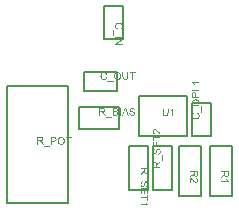
<source format=gbr>
G04*
G04 #@! TF.GenerationSoftware,Altium Limited,Altium Designer,25.8.1 (18)*
G04*
G04 Layer_Color=16711935*
%FSLAX25Y25*%
%MOIN*%
G70*
G04*
G04 #@! TF.SameCoordinates,A2030EB1-7BB1-480F-B386-6677E5CB5BAE*
G04*
G04*
G04 #@! TF.FilePolarity,Positive*
G04*
G01*
G75*
%ADD11C,0.00787*%
G36*
X390588Y399738D02*
X390623Y399735D01*
X390664Y399732D01*
X390708Y399727D01*
X390757Y399721D01*
X390809Y399713D01*
X390863Y399705D01*
X390981Y399677D01*
X391038Y399658D01*
X391096Y399639D01*
X391156Y399617D01*
X391210Y399590D01*
X391213Y399587D01*
X391224Y399582D01*
X391237Y399574D01*
X391259Y399563D01*
X391284Y399546D01*
X391311Y399527D01*
X391341Y399505D01*
X391377Y399481D01*
X391409Y399451D01*
X391448Y399421D01*
X391483Y399385D01*
X391522Y399347D01*
X391557Y399306D01*
X391592Y399262D01*
X391625Y399213D01*
X391655Y399164D01*
X391658Y399162D01*
X391661Y399150D01*
X391669Y399137D01*
X391680Y399115D01*
X391691Y399091D01*
X391704Y399058D01*
X391718Y399022D01*
X391732Y398984D01*
X391745Y398940D01*
X391759Y398891D01*
X391773Y398842D01*
X391783Y398787D01*
X391803Y398675D01*
X391805Y398616D01*
X391808Y398553D01*
Y398517D01*
X391805Y398490D01*
X391803Y398457D01*
X391797Y398419D01*
X391792Y398378D01*
X391783Y398331D01*
X391773Y398282D01*
X391762Y398231D01*
X391745Y398179D01*
X391726Y398124D01*
X391704Y398070D01*
X391677Y398018D01*
X391650Y397966D01*
X391614Y397917D01*
X391612Y397914D01*
X391606Y397906D01*
X391595Y397892D01*
X391579Y397876D01*
X391560Y397854D01*
X391535Y397829D01*
X391508Y397805D01*
X391475Y397775D01*
X391440Y397745D01*
X391399Y397715D01*
X391355Y397685D01*
X391306Y397657D01*
X391254Y397627D01*
X391197Y397603D01*
X391137Y397578D01*
X391074Y397556D01*
X390997Y397884D01*
X391000D01*
X391008Y397889D01*
X391025Y397892D01*
X391044Y397900D01*
X391066Y397908D01*
X391090Y397922D01*
X391150Y397949D01*
X391216Y397985D01*
X391284Y398031D01*
X391347Y398080D01*
X391374Y398110D01*
X391399Y398140D01*
X391401Y398143D01*
X391404Y398149D01*
X391409Y398157D01*
X391418Y398170D01*
X391429Y398187D01*
X391440Y398206D01*
X391451Y398228D01*
X391461Y398255D01*
X391472Y398285D01*
X391483Y398315D01*
X391505Y398386D01*
X391519Y398468D01*
X391524Y398512D01*
Y398585D01*
X391522Y398607D01*
X391519Y398632D01*
X391516Y398662D01*
X391513Y398695D01*
X391508Y398727D01*
X391489Y398807D01*
X391464Y398888D01*
X391448Y398929D01*
X391429Y398970D01*
X391407Y399009D01*
X391382Y399047D01*
X391379Y399049D01*
X391377Y399055D01*
X391369Y399066D01*
X391358Y399080D01*
X391344Y399093D01*
X391325Y399112D01*
X391306Y399131D01*
X391284Y399153D01*
X391257Y399175D01*
X391229Y399200D01*
X391167Y399243D01*
X391093Y399284D01*
X391008Y399320D01*
X391005D01*
X390997Y399323D01*
X390984Y399328D01*
X390967Y399331D01*
X390945Y399336D01*
X390921Y399344D01*
X390891Y399350D01*
X390861Y399358D01*
X390825Y399366D01*
X390787Y399372D01*
X390705Y399385D01*
X390618Y399394D01*
X390525Y399396D01*
X390522D01*
X390511D01*
X390495D01*
X390470Y399394D01*
X390443D01*
X390410Y399391D01*
X390375Y399388D01*
X390334Y399385D01*
X390290Y399380D01*
X390247Y399374D01*
X390151Y399358D01*
X390055Y399333D01*
X389963Y399303D01*
X389960D01*
X389952Y399298D01*
X389941Y399292D01*
X389924Y399287D01*
X389903Y399276D01*
X389881Y399262D01*
X389829Y399232D01*
X389769Y399191D01*
X389711Y399142D01*
X389654Y399082D01*
X389630Y399049D01*
X389605Y399014D01*
Y399011D01*
X389599Y399006D01*
X389594Y398995D01*
X389586Y398978D01*
X389578Y398959D01*
X389567Y398938D01*
X389559Y398913D01*
X389548Y398886D01*
X389526Y398823D01*
X389507Y398749D01*
X389493Y398670D01*
X389490Y398629D01*
X389488Y398585D01*
Y398558D01*
X389490Y398539D01*
X389493Y398514D01*
X389496Y398487D01*
X389501Y398454D01*
X389507Y398422D01*
X389526Y398345D01*
X389540Y398307D01*
X389556Y398266D01*
X389575Y398225D01*
X389597Y398187D01*
X389621Y398149D01*
X389649Y398110D01*
X389651Y398108D01*
X389657Y398102D01*
X389665Y398091D01*
X389679Y398078D01*
X389695Y398064D01*
X389717Y398045D01*
X389741Y398026D01*
X389769Y398004D01*
X389802Y397982D01*
X389837Y397960D01*
X389875Y397938D01*
X389919Y397917D01*
X389965Y397898D01*
X390017Y397878D01*
X390072Y397859D01*
X390129Y397846D01*
X390044Y397513D01*
X390039D01*
X390025Y397518D01*
X390006Y397523D01*
X389976Y397534D01*
X389944Y397545D01*
X389903Y397562D01*
X389859Y397578D01*
X389812Y397600D01*
X389761Y397624D01*
X389711Y397652D01*
X389657Y397682D01*
X389605Y397717D01*
X389556Y397756D01*
X389507Y397797D01*
X389460Y397843D01*
X389417Y397892D01*
X389414Y397895D01*
X389408Y397906D01*
X389398Y397919D01*
X389384Y397941D01*
X389368Y397966D01*
X389348Y397998D01*
X389329Y398034D01*
X389310Y398078D01*
X389291Y398124D01*
X389272Y398173D01*
X389253Y398228D01*
X389236Y398288D01*
X389223Y398351D01*
X389212Y398416D01*
X389206Y398484D01*
X389204Y398558D01*
Y398596D01*
X389206Y398626D01*
X389209Y398659D01*
X389212Y398700D01*
X389217Y398744D01*
X389226Y398793D01*
X389234Y398845D01*
X389245Y398899D01*
X389258Y398954D01*
X389272Y399009D01*
X389291Y399066D01*
X389313Y399120D01*
X389337Y399172D01*
X389368Y399221D01*
X389370Y399224D01*
X389376Y399232D01*
X389384Y399246D01*
X389398Y399262D01*
X389417Y399284D01*
X389436Y399309D01*
X389460Y399336D01*
X389490Y399366D01*
X389523Y399396D01*
X389559Y399429D01*
X389597Y399459D01*
X389640Y399492D01*
X389687Y399524D01*
X389736Y399555D01*
X389791Y399582D01*
X389848Y399609D01*
X389851Y399612D01*
X389862Y399615D01*
X389881Y399620D01*
X389903Y399628D01*
X389933Y399639D01*
X389965Y399650D01*
X390006Y399661D01*
X390050Y399675D01*
X390099Y399686D01*
X390151Y399699D01*
X390206Y399710D01*
X390266Y399718D01*
X390391Y399735D01*
X390457Y399738D01*
X390522Y399740D01*
X390528D01*
X390539D01*
X390561D01*
X390588Y399738D01*
D02*
G37*
G36*
X388770Y395378D02*
X388546D01*
Y397428D01*
X388770D01*
Y395378D01*
D02*
G37*
G36*
X391764Y394755D02*
X389245D01*
Y395088D01*
X391764D01*
Y394755D01*
D02*
G37*
G36*
Y393830D02*
X389785Y392506D01*
X391764D01*
Y392186D01*
X389245D01*
Y392530D01*
X391221Y393852D01*
X389245D01*
Y394171D01*
X391764D01*
Y393830D01*
D02*
G37*
G36*
X416794Y349205D02*
X416792Y349175D01*
Y349145D01*
X416789Y349110D01*
X416786Y349069D01*
X416778Y348987D01*
X416764Y348902D01*
X416748Y348820D01*
X416737Y348785D01*
X416726Y348749D01*
Y348747D01*
X416723Y348741D01*
X416718Y348733D01*
X416712Y348719D01*
X416696Y348687D01*
X416672Y348648D01*
X416639Y348602D01*
X416595Y348555D01*
X416546Y348509D01*
X416486Y348468D01*
X416483D01*
X416478Y348463D01*
X416469Y348457D01*
X416456Y348452D01*
X416439Y348444D01*
X416420Y348435D01*
X416398Y348424D01*
X416374Y348413D01*
X416317Y348394D01*
X416254Y348378D01*
X416183Y348367D01*
X416106Y348362D01*
X416104D01*
X416095D01*
X416079D01*
X416063Y348364D01*
X416038Y348367D01*
X416011Y348370D01*
X415981Y348375D01*
X415948Y348383D01*
X415877Y348405D01*
X415839Y348419D01*
X415801Y348435D01*
X415762Y348454D01*
X415724Y348479D01*
X415689Y348506D01*
X415653Y348536D01*
X415650Y348539D01*
X415645Y348545D01*
X415637Y348555D01*
X415623Y348569D01*
X415610Y348588D01*
X415593Y348610D01*
X415574Y348637D01*
X415555Y348670D01*
X415536Y348706D01*
X415517Y348744D01*
X415497Y348787D01*
X415478Y348837D01*
X415462Y348888D01*
X415446Y348946D01*
X415432Y349009D01*
X415421Y349074D01*
Y349071D01*
X415418Y349069D01*
X415410Y349052D01*
X415396Y349028D01*
X415380Y348998D01*
X415361Y348965D01*
X415342Y348932D01*
X415317Y348899D01*
X415296Y348872D01*
X415293Y348869D01*
X415290Y348867D01*
X415282Y348858D01*
X415271Y348848D01*
X415257Y348834D01*
X415241Y348817D01*
X415203Y348782D01*
X415154Y348741D01*
X415096Y348695D01*
X415031Y348646D01*
X414960Y348596D01*
X414275Y348160D01*
Y348577D01*
X414799Y348910D01*
X414801Y348913D01*
X414810Y348916D01*
X414820Y348924D01*
X414837Y348935D01*
X414856Y348946D01*
X414878Y348962D01*
X414927Y348995D01*
X414984Y349033D01*
X415042Y349071D01*
X415096Y349112D01*
X415145Y349151D01*
X415148D01*
X415151Y349156D01*
X415165Y349167D01*
X415186Y349183D01*
X415211Y349208D01*
X415238Y349233D01*
X415266Y349262D01*
X415293Y349293D01*
X415312Y349320D01*
X415315Y349323D01*
X415320Y349334D01*
X415328Y349347D01*
X415339Y349366D01*
X415350Y349391D01*
X415361Y349415D01*
X415372Y349443D01*
X415380Y349473D01*
Y349476D01*
X415383Y349484D01*
X415386Y349497D01*
X415388Y349516D01*
Y349544D01*
X415391Y349576D01*
X415394Y349615D01*
Y350043D01*
X414275D01*
Y350376D01*
X416794D01*
Y349205D01*
D02*
G37*
G36*
X414343Y348004D02*
X414375Y348001D01*
X414411Y347993D01*
X414449Y347985D01*
X414487Y347971D01*
X414490D01*
X414496Y347969D01*
X414504Y347966D01*
X414517Y347960D01*
X414531Y347952D01*
X414550Y347944D01*
X414594Y347922D01*
X414646Y347895D01*
X414703Y347859D01*
X414763Y347818D01*
X414823Y347769D01*
X414826Y347766D01*
X414831Y347764D01*
X414840Y347756D01*
X414853Y347742D01*
X414867Y347728D01*
X414886Y347709D01*
X414908Y347690D01*
X414932Y347666D01*
X414960Y347638D01*
X414987Y347608D01*
X415020Y347575D01*
X415053Y347537D01*
X415088Y347499D01*
X415124Y347455D01*
X415162Y347412D01*
X415203Y347362D01*
X415205Y347357D01*
X415219Y347343D01*
X415236Y347324D01*
X415260Y347297D01*
X415287Y347264D01*
X415320Y347226D01*
X415356Y347182D01*
X415396Y347139D01*
X415481Y347046D01*
X415571Y346956D01*
X415615Y346912D01*
X415659Y346871D01*
X415700Y346836D01*
X415738Y346806D01*
X415740Y346803D01*
X415746Y346800D01*
X415757Y346792D01*
X415771Y346784D01*
X415790Y346770D01*
X415809Y346759D01*
X415858Y346732D01*
X415915Y346705D01*
X415978Y346680D01*
X416044Y346664D01*
X416076Y346661D01*
X416109Y346658D01*
X416112D01*
X416117D01*
X416128D01*
X416139Y346661D01*
X416155D01*
X416175Y346666D01*
X416216Y346674D01*
X416265Y346691D01*
X416317Y346715D01*
X416344Y346729D01*
X416368Y346748D01*
X416393Y346767D01*
X416418Y346792D01*
X416420Y346795D01*
X416423Y346797D01*
X416429Y346806D01*
X416437Y346816D01*
X416448Y346830D01*
X416459Y346847D01*
X416483Y346885D01*
X416505Y346937D01*
X416527Y346994D01*
X416540Y347062D01*
X416546Y347100D01*
Y347160D01*
X416543Y347177D01*
Y347196D01*
X416538Y347218D01*
X416530Y347267D01*
X416513Y347324D01*
X416489Y347384D01*
X416472Y347414D01*
X416456Y347444D01*
X416434Y347472D01*
X416409Y347499D01*
X416407Y347502D01*
X416404Y347504D01*
X416396Y347510D01*
X416385Y347521D01*
X416371Y347529D01*
X416355Y347540D01*
X416336Y347553D01*
X416314Y347565D01*
X416289Y347578D01*
X416262Y347589D01*
X416196Y347611D01*
X416125Y347627D01*
X416084Y347630D01*
X416041Y347633D01*
X416074Y347949D01*
X416079D01*
X416090Y347947D01*
X416106Y347944D01*
X416131Y347941D01*
X416161Y347936D01*
X416196Y347928D01*
X416235Y347919D01*
X416276Y347906D01*
X416317Y347892D01*
X416363Y347876D01*
X416407Y347854D01*
X416450Y347832D01*
X416497Y347805D01*
X416538Y347775D01*
X416579Y347742D01*
X416614Y347704D01*
X416617Y347701D01*
X416622Y347693D01*
X416631Y347682D01*
X416644Y347666D01*
X416658Y347644D01*
X416674Y347616D01*
X416691Y347586D01*
X416710Y347551D01*
X416726Y347513D01*
X416742Y347469D01*
X416759Y347423D01*
X416773Y347371D01*
X416786Y347316D01*
X416794Y347259D01*
X416800Y347196D01*
X416803Y347130D01*
Y347095D01*
X416800Y347070D01*
X416797Y347040D01*
X416792Y347005D01*
X416786Y346964D01*
X416778Y346923D01*
X416767Y346877D01*
X416753Y346830D01*
X416737Y346781D01*
X416718Y346734D01*
X416693Y346685D01*
X416666Y346639D01*
X416636Y346595D01*
X416601Y346554D01*
X416598Y346552D01*
X416592Y346546D01*
X416579Y346535D01*
X416565Y346522D01*
X416546Y346505D01*
X416521Y346486D01*
X416494Y346467D01*
X416461Y346448D01*
X416429Y346429D01*
X416390Y346410D01*
X416349Y346391D01*
X416306Y346374D01*
X416257Y346360D01*
X416207Y346350D01*
X416155Y346344D01*
X416101Y346341D01*
X416098D01*
X416095D01*
X416087D01*
X416076D01*
X416046Y346344D01*
X416008Y346350D01*
X415962Y346358D01*
X415912Y346369D01*
X415858Y346382D01*
X415803Y346404D01*
X415801D01*
X415798Y346407D01*
X415790Y346410D01*
X415779Y346415D01*
X415749Y346431D01*
X415710Y346453D01*
X415664Y346483D01*
X415612Y346519D01*
X415558Y346560D01*
X415497Y346612D01*
X415495Y346614D01*
X415489Y346617D01*
X415481Y346628D01*
X415468Y346639D01*
X415451Y346655D01*
X415432Y346674D01*
X415408Y346696D01*
X415383Y346724D01*
X415353Y346756D01*
X415320Y346792D01*
X415282Y346830D01*
X415244Y346874D01*
X415200Y346920D01*
X415156Y346972D01*
X415107Y347029D01*
X415055Y347089D01*
X415053Y347092D01*
X415044Y347100D01*
X415033Y347117D01*
X415017Y347133D01*
X414998Y347158D01*
X414976Y347182D01*
X414927Y347240D01*
X414875Y347300D01*
X414820Y347357D01*
X414796Y347384D01*
X414774Y347409D01*
X414752Y347431D01*
X414736Y347447D01*
X414733Y347450D01*
X414722Y347461D01*
X414706Y347474D01*
X414684Y347494D01*
X414659Y347515D01*
X414632Y347537D01*
X414572Y347581D01*
Y346339D01*
X414275D01*
Y348007D01*
X414280D01*
X414294D01*
X414316D01*
X414343Y348004D01*
D02*
G37*
G36*
X374648Y361316D02*
X373818D01*
Y359094D01*
X373485D01*
Y361316D01*
X372655D01*
Y361614D01*
X374648D01*
Y361316D01*
D02*
G37*
G36*
X368849Y361611D02*
X368912Y361609D01*
X368975Y361603D01*
X369035Y361598D01*
X369065Y361595D01*
X369090Y361590D01*
X369092D01*
X369098Y361587D01*
X369109D01*
X369120Y361584D01*
X369136Y361578D01*
X369155Y361576D01*
X369199Y361562D01*
X369248Y361546D01*
X369300Y361524D01*
X369352Y361499D01*
X369401Y361469D01*
X369404D01*
X369406Y361467D01*
X369423Y361453D01*
X369444Y361434D01*
X369475Y361407D01*
X369504Y361374D01*
X369540Y361330D01*
X369573Y361284D01*
X369603Y361226D01*
Y361224D01*
X369605Y361218D01*
X369611Y361210D01*
X369616Y361199D01*
X369622Y361185D01*
X369627Y361166D01*
X369644Y361125D01*
X369657Y361073D01*
X369671Y361016D01*
X369679Y360951D01*
X369682Y360882D01*
Y360880D01*
Y360869D01*
Y360852D01*
X369679Y360828D01*
X369676Y360801D01*
X369671Y360771D01*
X369666Y360735D01*
X369657Y360694D01*
X369647Y360653D01*
X369633Y360609D01*
X369616Y360566D01*
X369595Y360519D01*
X369573Y360473D01*
X369546Y360426D01*
X369513Y360383D01*
X369477Y360339D01*
X369475Y360336D01*
X369466Y360331D01*
X369455Y360320D01*
X369436Y360304D01*
X369414Y360287D01*
X369384Y360268D01*
X369349Y360249D01*
X369308Y360230D01*
X369259Y360208D01*
X369207Y360189D01*
X369144Y360170D01*
X369079Y360154D01*
X369002Y360140D01*
X368920Y360129D01*
X368833Y360121D01*
X368735Y360118D01*
X368090D01*
Y359094D01*
X367757D01*
Y361614D01*
X368795D01*
X368849Y361611D01*
D02*
G37*
G36*
X364465D02*
X364495D01*
X364530Y361609D01*
X364571Y361606D01*
X364653Y361598D01*
X364738Y361584D01*
X364820Y361568D01*
X364855Y361557D01*
X364891Y361546D01*
X364894D01*
X364899Y361543D01*
X364907Y361538D01*
X364921Y361532D01*
X364954Y361516D01*
X364992Y361491D01*
X365038Y361458D01*
X365085Y361415D01*
X365131Y361366D01*
X365172Y361305D01*
Y361303D01*
X365177Y361297D01*
X365183Y361289D01*
X365188Y361276D01*
X365197Y361259D01*
X365205Y361240D01*
X365216Y361218D01*
X365227Y361194D01*
X365246Y361136D01*
X365262Y361073D01*
X365273Y361002D01*
X365279Y360926D01*
Y360923D01*
Y360915D01*
Y360899D01*
X365276Y360882D01*
X365273Y360858D01*
X365270Y360830D01*
X365265Y360801D01*
X365257Y360768D01*
X365235Y360697D01*
X365221Y360659D01*
X365205Y360620D01*
X365186Y360582D01*
X365161Y360544D01*
X365134Y360508D01*
X365104Y360473D01*
X365101Y360470D01*
X365096Y360465D01*
X365085Y360456D01*
X365071Y360443D01*
X365052Y360429D01*
X365030Y360413D01*
X365003Y360394D01*
X364970Y360375D01*
X364934Y360355D01*
X364896Y360336D01*
X364853Y360317D01*
X364804Y360298D01*
X364752Y360282D01*
X364694Y360265D01*
X364632Y360252D01*
X364566Y360241D01*
X364569D01*
X364571Y360238D01*
X364588Y360230D01*
X364612Y360216D01*
X364642Y360200D01*
X364675Y360181D01*
X364708Y360162D01*
X364741Y360137D01*
X364768Y360115D01*
X364771Y360113D01*
X364773Y360110D01*
X364782Y360102D01*
X364792Y360091D01*
X364806Y360077D01*
X364823Y360061D01*
X364858Y360022D01*
X364899Y359973D01*
X364945Y359916D01*
X364995Y359851D01*
X365044Y359780D01*
X365480Y359094D01*
X365063D01*
X364730Y359618D01*
X364727Y359621D01*
X364724Y359629D01*
X364716Y359640D01*
X364705Y359657D01*
X364694Y359676D01*
X364678Y359698D01*
X364645Y359747D01*
X364607Y359804D01*
X364569Y359861D01*
X364528Y359916D01*
X364490Y359965D01*
Y359968D01*
X364484Y359971D01*
X364473Y359984D01*
X364457Y360006D01*
X364432Y360031D01*
X364408Y360058D01*
X364378Y360085D01*
X364348Y360113D01*
X364320Y360132D01*
X364317Y360134D01*
X364307Y360140D01*
X364293Y360148D01*
X364274Y360159D01*
X364249Y360170D01*
X364225Y360181D01*
X364197Y360192D01*
X364167Y360200D01*
X364165D01*
X364156Y360203D01*
X364143Y360205D01*
X364124Y360208D01*
X364096D01*
X364064Y360211D01*
X364025Y360213D01*
X363597D01*
Y359094D01*
X363264D01*
Y361614D01*
X364435D01*
X364465Y361611D01*
D02*
G37*
G36*
X371268Y361655D02*
X371301Y361652D01*
X371336Y361649D01*
X371375Y361644D01*
X371418Y361636D01*
X371467Y361628D01*
X371516Y361617D01*
X371568Y361603D01*
X371623Y361587D01*
X371678Y361568D01*
X371732Y361546D01*
X371784Y361521D01*
X371839Y361491D01*
X371841Y361489D01*
X371852Y361483D01*
X371866Y361475D01*
X371885Y361461D01*
X371910Y361445D01*
X371934Y361423D01*
X371964Y361398D01*
X371997Y361371D01*
X372032Y361338D01*
X372068Y361303D01*
X372104Y361265D01*
X372139Y361224D01*
X372172Y361180D01*
X372207Y361131D01*
X372237Y361079D01*
X372267Y361024D01*
X372270Y361022D01*
X372273Y361011D01*
X372281Y360994D01*
X372289Y360972D01*
X372303Y360945D01*
X372314Y360910D01*
X372327Y360872D01*
X372341Y360828D01*
X372355Y360781D01*
X372368Y360730D01*
X372382Y360672D01*
X372393Y360615D01*
X372401Y360552D01*
X372409Y360487D01*
X372412Y360421D01*
X372415Y360350D01*
Y360345D01*
Y360334D01*
Y360312D01*
X372412Y360284D01*
X372409Y360252D01*
X372407Y360213D01*
X372401Y360170D01*
X372396Y360121D01*
X372387Y360069D01*
X372376Y360014D01*
X372366Y359957D01*
X372349Y359900D01*
X372330Y359840D01*
X372311Y359782D01*
X372286Y359722D01*
X372259Y359665D01*
X372256Y359662D01*
X372251Y359651D01*
X372243Y359635D01*
X372232Y359616D01*
X372215Y359591D01*
X372196Y359561D01*
X372172Y359528D01*
X372147Y359493D01*
X372117Y359457D01*
X372084Y359419D01*
X372046Y359381D01*
X372008Y359343D01*
X371967Y359307D01*
X371921Y359272D01*
X371871Y359236D01*
X371820Y359206D01*
X371817Y359204D01*
X371806Y359201D01*
X371792Y359192D01*
X371770Y359182D01*
X371743Y359171D01*
X371713Y359157D01*
X371678Y359143D01*
X371637Y359130D01*
X371593Y359116D01*
X371547Y359102D01*
X371495Y359089D01*
X371443Y359078D01*
X371328Y359059D01*
X371268Y359056D01*
X371208Y359053D01*
X371173D01*
X371148Y359056D01*
X371118Y359059D01*
X371080Y359062D01*
X371041Y359067D01*
X370995Y359075D01*
X370949Y359083D01*
X370897Y359094D01*
X370845Y359108D01*
X370790Y359124D01*
X370736Y359143D01*
X370681Y359168D01*
X370626Y359192D01*
X370572Y359223D01*
X370569Y359225D01*
X370561Y359231D01*
X370545Y359242D01*
X370526Y359255D01*
X370504Y359272D01*
X370476Y359294D01*
X370446Y359318D01*
X370414Y359345D01*
X370378Y359378D01*
X370345Y359414D01*
X370310Y359452D01*
X370274Y359493D01*
X370239Y359539D01*
X370206Y359586D01*
X370176Y359637D01*
X370146Y359692D01*
X370143Y359695D01*
X370141Y359706D01*
X370132Y359722D01*
X370124Y359744D01*
X370113Y359771D01*
X370102Y359804D01*
X370089Y359840D01*
X370075Y359883D01*
X370061Y359927D01*
X370048Y359976D01*
X370037Y360028D01*
X370026Y360083D01*
X370010Y360197D01*
X370007Y360260D01*
X370004Y360320D01*
Y360323D01*
Y360328D01*
Y360336D01*
Y360347D01*
X370007Y360364D01*
Y360380D01*
X370010Y360424D01*
X370015Y360476D01*
X370023Y360538D01*
X370031Y360604D01*
X370045Y360678D01*
X370064Y360757D01*
X370086Y360836D01*
X370113Y360918D01*
X370146Y361000D01*
X370184Y361082D01*
X370228Y361158D01*
X370280Y361235D01*
X370340Y361303D01*
X370343Y361305D01*
X370356Y361319D01*
X370375Y361336D01*
X370400Y361357D01*
X370435Y361385D01*
X370474Y361415D01*
X370520Y361448D01*
X370575Y361480D01*
X370635Y361513D01*
X370700Y361546D01*
X370771Y361576D01*
X370850Y361603D01*
X370932Y361625D01*
X371020Y361641D01*
X371112Y361655D01*
X371211Y361658D01*
X371244D01*
X371268Y361655D01*
D02*
G37*
G36*
X367525Y358395D02*
X365475D01*
Y358619D01*
X367525D01*
Y358395D01*
D02*
G37*
G36*
X406982Y369680D02*
Y369674D01*
Y369664D01*
Y369644D01*
Y369617D01*
X406979Y369584D01*
X406977Y369549D01*
X406974Y369508D01*
X406971Y369461D01*
X406960Y369366D01*
X406946Y369265D01*
X406925Y369167D01*
X406911Y369120D01*
X406895Y369076D01*
Y369074D01*
X406892Y369066D01*
X406886Y369055D01*
X406878Y369038D01*
X406867Y369019D01*
X406856Y368997D01*
X406824Y368948D01*
X406805Y368918D01*
X406783Y368891D01*
X406755Y368858D01*
X406728Y368828D01*
X406695Y368798D01*
X406663Y368768D01*
X406624Y368741D01*
X406583Y368713D01*
X406581Y368711D01*
X406572Y368708D01*
X406562Y368700D01*
X406542Y368692D01*
X406521Y368681D01*
X406493Y368670D01*
X406463Y368656D01*
X406425Y368645D01*
X406387Y368632D01*
X406343Y368618D01*
X406294Y368607D01*
X406242Y368596D01*
X406185Y368588D01*
X406125Y368580D01*
X406062Y368577D01*
X405996Y368574D01*
X405961D01*
X405936Y368577D01*
X405906D01*
X405873Y368580D01*
X405833Y368585D01*
X405792Y368591D01*
X405699Y368604D01*
X405601Y368626D01*
X405505Y368656D01*
X405459Y368672D01*
X405415Y368694D01*
X405412Y368697D01*
X405404Y368700D01*
X405393Y368708D01*
X405379Y368716D01*
X405360Y368730D01*
X405338Y368746D01*
X405317Y368763D01*
X405292Y368784D01*
X405237Y368834D01*
X405186Y368894D01*
X405136Y368965D01*
X405115Y369005D01*
X405095Y369046D01*
Y369049D01*
X405093Y369057D01*
X405087Y369071D01*
X405082Y369090D01*
X405074Y369112D01*
X405065Y369142D01*
X405057Y369175D01*
X405049Y369213D01*
X405038Y369257D01*
X405030Y369303D01*
X405022Y369355D01*
X405016Y369412D01*
X405008Y369472D01*
X405005Y369538D01*
X405000Y369606D01*
Y369680D01*
Y371135D01*
X405333D01*
Y369680D01*
Y369677D01*
Y369666D01*
Y369650D01*
Y369625D01*
X405336Y369598D01*
Y369568D01*
X405338Y369532D01*
X405341Y369497D01*
X405347Y369418D01*
X405358Y369339D01*
X405374Y369262D01*
X405382Y369227D01*
X405393Y369197D01*
Y369194D01*
X405396Y369191D01*
X405399Y369183D01*
X405404Y369172D01*
X405420Y369142D01*
X405442Y369109D01*
X405470Y369068D01*
X405505Y369030D01*
X405549Y368992D01*
X405601Y368956D01*
X405603D01*
X405609Y368954D01*
X405617Y368948D01*
X405628Y368943D01*
X405642Y368937D01*
X405661Y368932D01*
X405680Y368924D01*
X405702Y368916D01*
X405756Y368902D01*
X405819Y368888D01*
X405890Y368877D01*
X405966Y368875D01*
X406002D01*
X406026Y368877D01*
X406056Y368880D01*
X406092Y368883D01*
X406130Y368888D01*
X406171Y368896D01*
X406256Y368916D01*
X406299Y368929D01*
X406343Y368946D01*
X406384Y368965D01*
X406422Y368986D01*
X406458Y369011D01*
X406491Y369041D01*
X406493Y369044D01*
X406499Y369049D01*
X406504Y369060D01*
X406515Y369074D01*
X406526Y369093D01*
X406540Y369117D01*
X406556Y369147D01*
X406570Y369183D01*
X406583Y369224D01*
X406600Y369270D01*
X406613Y369322D01*
X406624Y369380D01*
X406635Y369445D01*
X406643Y369516D01*
X406646Y369595D01*
X406649Y369680D01*
Y371135D01*
X406982D01*
Y369680D01*
D02*
G37*
G36*
X408576Y368615D02*
X408268D01*
Y370584D01*
X408262Y370578D01*
X408249Y370564D01*
X408224Y370545D01*
X408189Y370518D01*
X408148Y370485D01*
X408096Y370450D01*
X408038Y370411D01*
X407973Y370371D01*
X407970D01*
X407965Y370365D01*
X407957Y370360D01*
X407943Y370354D01*
X407927Y370343D01*
X407907Y370335D01*
X407864Y370310D01*
X407815Y370286D01*
X407760Y370259D01*
X407703Y370234D01*
X407648Y370212D01*
Y370510D01*
X407651Y370513D01*
X407659Y370515D01*
X407673Y370523D01*
X407692Y370532D01*
X407714Y370543D01*
X407741Y370559D01*
X407771Y370575D01*
X407801Y370592D01*
X407872Y370635D01*
X407948Y370687D01*
X408028Y370742D01*
X408101Y370805D01*
X408104Y370807D01*
X408109Y370813D01*
X408120Y370821D01*
X408134Y370835D01*
X408148Y370851D01*
X408167Y370867D01*
X408208Y370914D01*
X408254Y370963D01*
X408300Y371020D01*
X408342Y371080D01*
X408377Y371143D01*
X408576D01*
Y368615D01*
D02*
G37*
G36*
X417301Y379673D02*
X415333D01*
X415338Y379668D01*
X415352Y379654D01*
X415371Y379629D01*
X415398Y379594D01*
X415431Y379553D01*
X415467Y379501D01*
X415505Y379444D01*
X415546Y379378D01*
Y379376D01*
X415551Y379370D01*
X415557Y379362D01*
X415562Y379348D01*
X415573Y379332D01*
X415581Y379313D01*
X415606Y379269D01*
X415630Y379220D01*
X415658Y379165D01*
X415682Y379108D01*
X415704Y379053D01*
X415407D01*
X415404Y379056D01*
X415401Y379064D01*
X415393Y379078D01*
X415385Y379097D01*
X415374Y379119D01*
X415357Y379146D01*
X415341Y379176D01*
X415325Y379206D01*
X415281Y379277D01*
X415229Y379354D01*
X415174Y379433D01*
X415112Y379506D01*
X415109Y379509D01*
X415103Y379515D01*
X415095Y379526D01*
X415082Y379539D01*
X415065Y379553D01*
X415049Y379572D01*
X415002Y379613D01*
X414953Y379659D01*
X414896Y379706D01*
X414836Y379747D01*
X414773Y379782D01*
Y379981D01*
X417301D01*
Y379673D01*
D02*
G37*
G36*
Y376970D02*
X414781D01*
Y377303D01*
X417004D01*
Y378545D01*
X417301D01*
Y376970D01*
D02*
G37*
G36*
X415568Y376558D02*
X415595Y376555D01*
X415625Y376550D01*
X415660Y376544D01*
X415701Y376536D01*
X415742Y376525D01*
X415786Y376512D01*
X415830Y376495D01*
X415876Y376473D01*
X415922Y376452D01*
X415969Y376424D01*
X416013Y376392D01*
X416056Y376356D01*
X416059Y376353D01*
X416065Y376345D01*
X416075Y376334D01*
X416092Y376315D01*
X416108Y376293D01*
X416127Y376263D01*
X416146Y376228D01*
X416165Y376187D01*
X416187Y376138D01*
X416206Y376086D01*
X416226Y376023D01*
X416242Y375957D01*
X416256Y375881D01*
X416266Y375799D01*
X416275Y375712D01*
X416277Y375613D01*
Y374969D01*
X417301D01*
Y374636D01*
X414781D01*
Y375674D01*
X414784Y375728D01*
X414787Y375791D01*
X414792Y375854D01*
X414798Y375914D01*
X414801Y375944D01*
X414806Y375968D01*
Y375971D01*
X414809Y375977D01*
Y375988D01*
X414811Y375998D01*
X414817Y376015D01*
X414820Y376034D01*
X414833Y376078D01*
X414850Y376127D01*
X414872Y376179D01*
X414896Y376231D01*
X414926Y376280D01*
Y376282D01*
X414929Y376285D01*
X414943Y376302D01*
X414962Y376323D01*
X414989Y376353D01*
X415022Y376383D01*
X415065Y376419D01*
X415112Y376452D01*
X415169Y376482D01*
X415172D01*
X415177Y376484D01*
X415185Y376490D01*
X415196Y376495D01*
X415210Y376501D01*
X415229Y376506D01*
X415270Y376523D01*
X415322Y376536D01*
X415379Y376550D01*
X415445Y376558D01*
X415513Y376561D01*
X415516D01*
X415527D01*
X415543D01*
X415568Y376558D01*
D02*
G37*
G36*
X416103Y374175D02*
X416133D01*
X416165Y374172D01*
X416201Y374169D01*
X416280Y374161D01*
X416365Y374148D01*
X416452Y374131D01*
X416539Y374109D01*
X416542D01*
X416550Y374107D01*
X416561Y374101D01*
X416575Y374098D01*
X416594Y374090D01*
X416616Y374082D01*
X416668Y374063D01*
X416725Y374038D01*
X416788Y374008D01*
X416848Y373975D01*
X416905Y373937D01*
X416908D01*
X416911Y373932D01*
X416919Y373926D01*
X416930Y373918D01*
X416955Y373899D01*
X416987Y373869D01*
X417025Y373836D01*
X417064Y373798D01*
X417099Y373754D01*
X417135Y373708D01*
Y373705D01*
X417137Y373703D01*
X417148Y373686D01*
X417162Y373659D01*
X417181Y373623D01*
X417200Y373580D01*
X417222Y373528D01*
X417241Y373468D01*
X417260Y373405D01*
Y373402D01*
X417263Y373397D01*
Y373389D01*
X417266Y373375D01*
X417268Y373358D01*
X417274Y373337D01*
X417277Y373315D01*
X417279Y373290D01*
X417287Y373230D01*
X417296Y373162D01*
X417298Y373085D01*
X417301Y373004D01*
Y372094D01*
X414781D01*
Y373034D01*
X414784Y373061D01*
Y373094D01*
X414787Y373127D01*
X414790Y373200D01*
X414798Y373274D01*
X414806Y373348D01*
X414814Y373380D01*
X414820Y373410D01*
Y373413D01*
X414822Y373421D01*
X414825Y373432D01*
X414830Y373446D01*
X414836Y373465D01*
X414841Y373487D01*
X414860Y373539D01*
X414885Y373596D01*
X414915Y373656D01*
X414953Y373719D01*
X415000Y373779D01*
X415002Y373782D01*
X415008Y373787D01*
X415016Y373798D01*
X415030Y373812D01*
X415046Y373828D01*
X415068Y373847D01*
X415090Y373869D01*
X415117Y373891D01*
X415147Y373916D01*
X415180Y373940D01*
X415215Y373965D01*
X415254Y373989D01*
X415338Y374036D01*
X415431Y374077D01*
X415434D01*
X415442Y374082D01*
X415458Y374085D01*
X415478Y374093D01*
X415502Y374101D01*
X415532Y374109D01*
X415565Y374117D01*
X415603Y374128D01*
X415647Y374137D01*
X415693Y374145D01*
X415742Y374153D01*
X415794Y374161D01*
X415849Y374169D01*
X415906Y374172D01*
X416029Y374178D01*
X416032D01*
X416043D01*
X416056D01*
X416078D01*
X416103Y374175D01*
D02*
G37*
G36*
X418000Y369812D02*
X417776D01*
Y371863D01*
X418000D01*
Y369812D01*
D02*
G37*
G36*
X416520Y369722D02*
X416539Y369717D01*
X416570Y369706D01*
X416602Y369695D01*
X416643Y369678D01*
X416687Y369662D01*
X416733Y369640D01*
X416785Y369616D01*
X416834Y369588D01*
X416889Y369558D01*
X416941Y369523D01*
X416990Y369485D01*
X417039Y369444D01*
X417086Y369397D01*
X417129Y369348D01*
X417132Y369345D01*
X417137Y369335D01*
X417148Y369321D01*
X417162Y369299D01*
X417178Y369274D01*
X417197Y369242D01*
X417216Y369206D01*
X417236Y369163D01*
X417255Y369116D01*
X417274Y369067D01*
X417293Y369012D01*
X417309Y368952D01*
X417323Y368889D01*
X417334Y368824D01*
X417339Y368756D01*
X417342Y368682D01*
Y368644D01*
X417339Y368614D01*
X417337Y368581D01*
X417334Y368540D01*
X417329Y368496D01*
X417320Y368447D01*
X417312Y368395D01*
X417301Y368341D01*
X417287Y368286D01*
X417274Y368232D01*
X417255Y368174D01*
X417233Y368120D01*
X417208Y368068D01*
X417178Y368019D01*
X417176Y368016D01*
X417170Y368008D01*
X417162Y367994D01*
X417148Y367978D01*
X417129Y367956D01*
X417110Y367931D01*
X417086Y367904D01*
X417056Y367874D01*
X417023Y367844D01*
X416987Y367811D01*
X416949Y367781D01*
X416905Y367748D01*
X416859Y367716D01*
X416810Y367686D01*
X416755Y367658D01*
X416698Y367631D01*
X416695Y367628D01*
X416684Y367625D01*
X416665Y367620D01*
X416643Y367612D01*
X416613Y367601D01*
X416580Y367590D01*
X416539Y367579D01*
X416496Y367565D01*
X416447Y367555D01*
X416395Y367541D01*
X416340Y367530D01*
X416280Y367522D01*
X416155Y367505D01*
X416089Y367503D01*
X416023Y367500D01*
X416018D01*
X416007D01*
X415985D01*
X415958Y367503D01*
X415922Y367505D01*
X415882Y367508D01*
X415838Y367514D01*
X415789Y367519D01*
X415737Y367527D01*
X415682Y367535D01*
X415565Y367563D01*
X415508Y367582D01*
X415450Y367601D01*
X415390Y367623D01*
X415336Y367650D01*
X415333Y367653D01*
X415322Y367658D01*
X415308Y367667D01*
X415286Y367677D01*
X415262Y367694D01*
X415235Y367713D01*
X415204Y367735D01*
X415169Y367759D01*
X415136Y367789D01*
X415098Y367819D01*
X415063Y367855D01*
X415024Y367893D01*
X414989Y367934D01*
X414953Y367978D01*
X414921Y368027D01*
X414891Y368076D01*
X414888Y368079D01*
X414885Y368090D01*
X414877Y368103D01*
X414866Y368125D01*
X414855Y368150D01*
X414841Y368182D01*
X414828Y368218D01*
X414814Y368256D01*
X414801Y368300D01*
X414787Y368349D01*
X414773Y368398D01*
X414762Y368453D01*
X414743Y368565D01*
X414740Y368625D01*
X414738Y368688D01*
Y368723D01*
X414740Y368750D01*
X414743Y368783D01*
X414749Y368821D01*
X414754Y368862D01*
X414762Y368909D01*
X414773Y368958D01*
X414784Y369010D01*
X414801Y369061D01*
X414820Y369116D01*
X414841Y369171D01*
X414869Y369223D01*
X414896Y369274D01*
X414931Y369324D01*
X414934Y369326D01*
X414940Y369335D01*
X414951Y369348D01*
X414967Y369365D01*
X414986Y369386D01*
X415011Y369411D01*
X415038Y369436D01*
X415071Y369465D01*
X415106Y369496D01*
X415147Y369526D01*
X415191Y369556D01*
X415240Y369583D01*
X415292Y369613D01*
X415349Y369637D01*
X415409Y369662D01*
X415472Y369684D01*
X415549Y369356D01*
X415546D01*
X415538Y369351D01*
X415521Y369348D01*
X415502Y369340D01*
X415480Y369332D01*
X415456Y369318D01*
X415396Y369291D01*
X415330Y369255D01*
X415262Y369209D01*
X415199Y369160D01*
X415172Y369130D01*
X415147Y369100D01*
X415144Y369097D01*
X415142Y369092D01*
X415136Y369083D01*
X415128Y369070D01*
X415117Y369053D01*
X415106Y369034D01*
X415095Y369012D01*
X415084Y368985D01*
X415073Y368955D01*
X415063Y368925D01*
X415041Y368854D01*
X415027Y368772D01*
X415022Y368728D01*
Y368655D01*
X415024Y368633D01*
X415027Y368608D01*
X415030Y368578D01*
X415032Y368546D01*
X415038Y368513D01*
X415057Y368434D01*
X415082Y368352D01*
X415098Y368311D01*
X415117Y368270D01*
X415139Y368232D01*
X415164Y368193D01*
X415166Y368191D01*
X415169Y368185D01*
X415177Y368174D01*
X415188Y368161D01*
X415202Y368147D01*
X415221Y368128D01*
X415240Y368109D01*
X415262Y368087D01*
X415289Y368065D01*
X415316Y368040D01*
X415379Y367997D01*
X415453Y367956D01*
X415538Y367920D01*
X415540D01*
X415549Y367918D01*
X415562Y367912D01*
X415579Y367910D01*
X415600Y367904D01*
X415625Y367896D01*
X415655Y367890D01*
X415685Y367882D01*
X415721Y367874D01*
X415759Y367868D01*
X415841Y367855D01*
X415928Y367847D01*
X416021Y367844D01*
X416023D01*
X416035D01*
X416051D01*
X416075Y367847D01*
X416103D01*
X416136Y367849D01*
X416171Y367852D01*
X416212Y367855D01*
X416256Y367860D01*
X416299Y367866D01*
X416395Y367882D01*
X416490Y367907D01*
X416583Y367937D01*
X416586D01*
X416594Y367942D01*
X416605Y367948D01*
X416621Y367953D01*
X416643Y367964D01*
X416665Y367978D01*
X416717Y368008D01*
X416777Y368049D01*
X416834Y368098D01*
X416892Y368158D01*
X416916Y368191D01*
X416941Y368226D01*
Y368229D01*
X416946Y368234D01*
X416952Y368245D01*
X416960Y368262D01*
X416968Y368281D01*
X416979Y368303D01*
X416987Y368327D01*
X416998Y368354D01*
X417020Y368417D01*
X417039Y368491D01*
X417053Y368570D01*
X417056Y368611D01*
X417058Y368655D01*
Y368682D01*
X417056Y368701D01*
X417053Y368726D01*
X417050Y368753D01*
X417044Y368786D01*
X417039Y368818D01*
X417020Y368895D01*
X417006Y368933D01*
X416990Y368974D01*
X416971Y369015D01*
X416949Y369053D01*
X416924Y369092D01*
X416897Y369130D01*
X416894Y369132D01*
X416889Y369138D01*
X416881Y369149D01*
X416867Y369163D01*
X416851Y369176D01*
X416829Y369195D01*
X416804Y369214D01*
X416777Y369236D01*
X416744Y369258D01*
X416709Y369280D01*
X416671Y369302D01*
X416627Y369324D01*
X416580Y369343D01*
X416529Y369362D01*
X416474Y369381D01*
X416417Y369395D01*
X416501Y369728D01*
X416507D01*
X416520Y369722D01*
D02*
G37*
G36*
X404301Y362532D02*
X404296D01*
X404282D01*
X404260D01*
X404233Y362534D01*
X404200Y362537D01*
X404165Y362545D01*
X404127Y362554D01*
X404088Y362567D01*
X404085D01*
X404080Y362570D01*
X404072Y362573D01*
X404058Y362578D01*
X404044Y362586D01*
X404025Y362595D01*
X403982Y362616D01*
X403930Y362644D01*
X403873Y362679D01*
X403813Y362720D01*
X403752Y362769D01*
X403750Y362772D01*
X403744Y362775D01*
X403736Y362783D01*
X403722Y362796D01*
X403709Y362810D01*
X403690Y362829D01*
X403668Y362848D01*
X403643Y362873D01*
X403616Y362900D01*
X403589Y362930D01*
X403556Y362963D01*
X403523Y363001D01*
X403488Y363039D01*
X403452Y363083D01*
X403414Y363127D01*
X403373Y363176D01*
X403370Y363181D01*
X403357Y363195D01*
X403340Y363214D01*
X403316Y363242D01*
X403288Y363274D01*
X403256Y363312D01*
X403220Y363356D01*
X403179Y363400D01*
X403094Y363493D01*
X403004Y363583D01*
X402961Y363626D01*
X402917Y363667D01*
X402876Y363703D01*
X402838Y363733D01*
X402835Y363736D01*
X402830Y363738D01*
X402819Y363747D01*
X402805Y363755D01*
X402786Y363768D01*
X402767Y363779D01*
X402718Y363807D01*
X402660Y363834D01*
X402598Y363858D01*
X402532Y363875D01*
X402499Y363878D01*
X402467Y363880D01*
X402464D01*
X402458D01*
X402448D01*
X402437Y363878D01*
X402420D01*
X402401Y363872D01*
X402360Y363864D01*
X402311Y363847D01*
X402259Y363823D01*
X402232Y363809D01*
X402207Y363790D01*
X402183Y363771D01*
X402158Y363747D01*
X402155Y363744D01*
X402153Y363741D01*
X402147Y363733D01*
X402139Y363722D01*
X402128Y363708D01*
X402117Y363692D01*
X402093Y363654D01*
X402071Y363602D01*
X402049Y363545D01*
X402035Y363476D01*
X402030Y363438D01*
Y363378D01*
X402033Y363362D01*
Y363342D01*
X402038Y363321D01*
X402046Y363271D01*
X402063Y363214D01*
X402087Y363154D01*
X402104Y363124D01*
X402120Y363094D01*
X402142Y363067D01*
X402166Y363039D01*
X402169Y363037D01*
X402172Y363034D01*
X402180Y363029D01*
X402191Y363018D01*
X402205Y363009D01*
X402221Y362999D01*
X402240Y362985D01*
X402262Y362974D01*
X402286Y362960D01*
X402314Y362949D01*
X402379Y362928D01*
X402450Y362911D01*
X402491Y362908D01*
X402535Y362906D01*
X402502Y362589D01*
X402497D01*
X402486Y362592D01*
X402469Y362595D01*
X402445Y362597D01*
X402415Y362603D01*
X402379Y362611D01*
X402341Y362619D01*
X402300Y362633D01*
X402259Y362646D01*
X402213Y362663D01*
X402169Y362684D01*
X402125Y362706D01*
X402079Y362734D01*
X402038Y362764D01*
X401997Y362796D01*
X401962Y362835D01*
X401959Y362837D01*
X401953Y362846D01*
X401945Y362857D01*
X401931Y362873D01*
X401918Y362895D01*
X401901Y362922D01*
X401885Y362952D01*
X401866Y362988D01*
X401850Y363026D01*
X401833Y363070D01*
X401817Y363116D01*
X401803Y363168D01*
X401790Y363222D01*
X401781Y363280D01*
X401776Y363342D01*
X401773Y363408D01*
Y363443D01*
X401776Y363468D01*
X401779Y363498D01*
X401784Y363534D01*
X401790Y363575D01*
X401798Y363615D01*
X401809Y363662D01*
X401822Y363708D01*
X401839Y363757D01*
X401858Y363804D01*
X401882Y363853D01*
X401910Y363899D01*
X401940Y363943D01*
X401975Y363984D01*
X401978Y363987D01*
X401983Y363992D01*
X401997Y364003D01*
X402011Y364017D01*
X402030Y364033D01*
X402054Y364052D01*
X402082Y364071D01*
X402114Y364090D01*
X402147Y364110D01*
X402185Y364129D01*
X402226Y364148D01*
X402270Y364164D01*
X402319Y364178D01*
X402368Y364189D01*
X402420Y364194D01*
X402475Y364197D01*
X402478D01*
X402480D01*
X402489D01*
X402499D01*
X402529Y364194D01*
X402568Y364189D01*
X402614Y364181D01*
X402663Y364170D01*
X402718Y364156D01*
X402772Y364134D01*
X402775D01*
X402778Y364131D01*
X402786Y364129D01*
X402797Y364123D01*
X402827Y364107D01*
X402865Y364085D01*
X402912Y364055D01*
X402963Y364019D01*
X403018Y363979D01*
X403078Y363927D01*
X403081Y363924D01*
X403086Y363921D01*
X403094Y363910D01*
X403108Y363899D01*
X403125Y363883D01*
X403144Y363864D01*
X403168Y363842D01*
X403193Y363815D01*
X403223Y363782D01*
X403256Y363747D01*
X403294Y363708D01*
X403332Y363665D01*
X403376Y363618D01*
X403419Y363566D01*
X403469Y363509D01*
X403520Y363449D01*
X403523Y363446D01*
X403531Y363438D01*
X403542Y363422D01*
X403559Y363405D01*
X403578Y363381D01*
X403600Y363356D01*
X403649Y363299D01*
X403701Y363239D01*
X403755Y363181D01*
X403780Y363154D01*
X403802Y363129D01*
X403823Y363108D01*
X403840Y363091D01*
X403842Y363089D01*
X403854Y363078D01*
X403870Y363064D01*
X403892Y363045D01*
X403916Y363023D01*
X403943Y363001D01*
X404004Y362958D01*
Y364200D01*
X404301D01*
Y362532D01*
D02*
G37*
G36*
X402079Y361524D02*
X404301D01*
Y361191D01*
X402079D01*
Y360361D01*
X401781D01*
Y362354D01*
X402079D01*
Y361524D01*
D02*
G37*
G36*
X404301Y358210D02*
X401781D01*
Y360034D01*
X402079D01*
Y358543D01*
X402849D01*
Y359938D01*
X403146D01*
Y358543D01*
X404004D01*
Y360091D01*
X404301D01*
Y358210D01*
D02*
G37*
G36*
X403624Y357746D02*
X403643D01*
X403662Y357743D01*
X403714Y357735D01*
X403771Y357721D01*
X403834Y357700D01*
X403900Y357669D01*
X403935Y357653D01*
X403968Y357631D01*
X403971D01*
X403976Y357626D01*
X403984Y357620D01*
X403998Y357610D01*
X404028Y357585D01*
X404069Y357547D01*
X404113Y357500D01*
X404159Y357443D01*
X404203Y357377D01*
X404244Y357301D01*
Y357298D01*
X404249Y357290D01*
X404252Y357279D01*
X404260Y357263D01*
X404266Y357244D01*
X404274Y357219D01*
X404285Y357192D01*
X404293Y357159D01*
X404301Y357126D01*
X404312Y357088D01*
X404326Y357006D01*
X404337Y356916D01*
X404342Y356818D01*
Y356785D01*
X404339Y356760D01*
Y356730D01*
X404337Y356698D01*
X404334Y356659D01*
X404328Y356616D01*
X404318Y356526D01*
X404301Y356430D01*
X404277Y356335D01*
X404244Y356242D01*
Y356239D01*
X404238Y356231D01*
X404233Y356220D01*
X404225Y356204D01*
X404214Y356184D01*
X404203Y356163D01*
X404170Y356111D01*
X404129Y356053D01*
X404077Y355993D01*
X404017Y355933D01*
X403946Y355881D01*
X403943Y355879D01*
X403938Y355876D01*
X403927Y355871D01*
X403911Y355862D01*
X403892Y355851D01*
X403870Y355840D01*
X403842Y355827D01*
X403813Y355816D01*
X403783Y355802D01*
X403747Y355791D01*
X403668Y355769D01*
X403583Y355753D01*
X403537Y355748D01*
X403490Y355745D01*
X403463Y356059D01*
X403466D01*
X403471D01*
X403482Y356062D01*
X403496Y356064D01*
X403512Y356067D01*
X403529Y356070D01*
X403575Y356081D01*
X403624Y356094D01*
X403676Y356111D01*
X403728Y356133D01*
X403777Y356160D01*
X403783Y356163D01*
X403796Y356176D01*
X403818Y356195D01*
X403845Y356223D01*
X403878Y356258D01*
X403908Y356302D01*
X403941Y356354D01*
X403971Y356414D01*
Y356417D01*
X403974Y356422D01*
X403976Y356430D01*
X403982Y356444D01*
X403987Y356460D01*
X403995Y356479D01*
X404001Y356501D01*
X404006Y356526D01*
X404020Y356583D01*
X404034Y356651D01*
X404042Y356722D01*
X404044Y356801D01*
Y356834D01*
X404042Y356851D01*
Y356870D01*
X404036Y356913D01*
X404031Y356965D01*
X404023Y357023D01*
X404009Y357080D01*
X403990Y357135D01*
Y357137D01*
X403987Y357140D01*
X403984Y357148D01*
X403979Y357159D01*
X403965Y357184D01*
X403949Y357216D01*
X403927Y357252D01*
X403900Y357290D01*
X403870Y357323D01*
X403834Y357353D01*
X403829Y357356D01*
X403818Y357364D01*
X403796Y357377D01*
X403769Y357391D01*
X403736Y357402D01*
X403701Y357416D01*
X403660Y357424D01*
X403619Y357427D01*
X403616D01*
X403613D01*
X403600D01*
X403575Y357424D01*
X403548Y357418D01*
X403515Y357410D01*
X403479Y357397D01*
X403444Y357380D01*
X403411Y357356D01*
X403408Y357353D01*
X403398Y357342D01*
X403381Y357326D01*
X403359Y357301D01*
X403337Y357271D01*
X403313Y357230D01*
X403288Y357184D01*
X403264Y357129D01*
X403261Y357123D01*
X403258Y357118D01*
X403256Y357107D01*
X403253Y357096D01*
X403247Y357080D01*
X403239Y357058D01*
X403234Y357036D01*
X403226Y357006D01*
X403215Y356976D01*
X403206Y356938D01*
X403195Y356897D01*
X403182Y356851D01*
X403171Y356801D01*
X403155Y356744D01*
X403141Y356681D01*
Y356679D01*
X403138Y356668D01*
X403133Y356648D01*
X403127Y356627D01*
X403119Y356597D01*
X403111Y356564D01*
X403100Y356531D01*
X403089Y356493D01*
X403064Y356411D01*
X403037Y356332D01*
X403023Y356294D01*
X403010Y356258D01*
X402996Y356225D01*
X402983Y356198D01*
Y356195D01*
X402977Y356190D01*
X402972Y356182D01*
X402966Y356168D01*
X402947Y356135D01*
X402920Y356097D01*
X402884Y356051D01*
X402846Y356007D01*
X402800Y355963D01*
X402750Y355928D01*
X402748D01*
X402745Y355925D01*
X402737Y355920D01*
X402726Y355914D01*
X402696Y355901D01*
X402658Y355884D01*
X402611Y355868D01*
X402557Y355854D01*
X402497Y355843D01*
X402434Y355840D01*
X402431D01*
X402426D01*
X402415D01*
X402401Y355843D01*
X402385D01*
X402366Y355846D01*
X402317Y355854D01*
X402262Y355868D01*
X402205Y355884D01*
X402142Y355911D01*
X402079Y355947D01*
X402076D01*
X402071Y355952D01*
X402063Y355958D01*
X402052Y355966D01*
X402022Y355993D01*
X401983Y356029D01*
X401942Y356072D01*
X401901Y356127D01*
X401861Y356190D01*
X401825Y356264D01*
Y356266D01*
X401822Y356272D01*
X401817Y356285D01*
X401811Y356299D01*
X401806Y356318D01*
X401798Y356343D01*
X401790Y356370D01*
X401781Y356400D01*
X401773Y356433D01*
X401765Y356468D01*
X401751Y356545D01*
X401740Y356632D01*
X401738Y356725D01*
Y356771D01*
X401740Y356796D01*
X401743Y356826D01*
X401746Y356856D01*
X401749Y356891D01*
X401759Y356968D01*
X401776Y357053D01*
X401800Y357137D01*
X401830Y357219D01*
Y357222D01*
X401836Y357227D01*
X401839Y357241D01*
X401847Y357255D01*
X401858Y357271D01*
X401869Y357293D01*
X401896Y357339D01*
X401934Y357394D01*
X401981Y357448D01*
X402033Y357500D01*
X402095Y357547D01*
X402098Y357549D01*
X402104Y357552D01*
X402112Y357558D01*
X402125Y357566D01*
X402142Y357574D01*
X402161Y357585D01*
X402185Y357593D01*
X402210Y357607D01*
X402267Y357629D01*
X402336Y357648D01*
X402409Y357664D01*
X402491Y357672D01*
X402516Y357353D01*
X402513D01*
X402505Y357350D01*
X402494D01*
X402478Y357347D01*
X402456Y357342D01*
X402434Y357336D01*
X402382Y357320D01*
X402325Y357298D01*
X402265Y357265D01*
X402207Y357227D01*
X402183Y357203D01*
X402158Y357175D01*
X402155Y357173D01*
X402153Y357170D01*
X402147Y357159D01*
X402139Y357148D01*
X402131Y357132D01*
X402120Y357113D01*
X402109Y357091D01*
X402095Y357066D01*
X402084Y357036D01*
X402073Y357003D01*
X402063Y356968D01*
X402054Y356930D01*
X402046Y356886D01*
X402041Y356840D01*
X402035Y356790D01*
Y356711D01*
X402038Y356690D01*
Y356665D01*
X402041Y356638D01*
X402043Y356605D01*
X402049Y356572D01*
X402063Y356498D01*
X402082Y356427D01*
X402109Y356359D01*
X402128Y356326D01*
X402147Y356299D01*
Y356296D01*
X402153Y356294D01*
X402166Y356277D01*
X402191Y356255D01*
X402224Y356231D01*
X402262Y356206D01*
X402308Y356184D01*
X402357Y356168D01*
X402385Y356165D01*
X402415Y356163D01*
X402418D01*
X402420D01*
X402437Y356165D01*
X402461Y356168D01*
X402491Y356173D01*
X402527Y356187D01*
X402565Y356204D01*
X402600Y356225D01*
X402636Y356258D01*
X402639Y356264D01*
X402644Y356269D01*
X402652Y356280D01*
X402660Y356294D01*
X402669Y356310D01*
X402680Y356332D01*
X402693Y356356D01*
X402707Y356386D01*
X402720Y356422D01*
X402734Y356463D01*
X402750Y356509D01*
X402767Y356564D01*
X402783Y356621D01*
X402802Y356687D01*
X402819Y356760D01*
Y356766D01*
X402821Y356780D01*
X402827Y356799D01*
X402835Y356826D01*
X402841Y356859D01*
X402851Y356897D01*
X402860Y356938D01*
X402873Y356982D01*
X402898Y357074D01*
X402922Y357167D01*
X402936Y357211D01*
X402950Y357249D01*
X402963Y357287D01*
X402977Y357317D01*
Y357320D01*
X402983Y357328D01*
X402988Y357339D01*
X402996Y357353D01*
X403004Y357372D01*
X403018Y357394D01*
X403048Y357440D01*
X403084Y357495D01*
X403127Y357547D01*
X403179Y357599D01*
X403206Y357620D01*
X403234Y357642D01*
X403236D01*
X403242Y357648D01*
X403250Y357653D01*
X403261Y357659D01*
X403275Y357667D01*
X403294Y357675D01*
X403337Y357697D01*
X403389Y357716D01*
X403449Y357732D01*
X403518Y357743D01*
X403591Y357749D01*
X403594D01*
X403600D01*
X403611D01*
X403624Y357746D01*
D02*
G37*
G36*
X405000Y353572D02*
X404776D01*
Y355622D01*
X405000D01*
Y353572D01*
D02*
G37*
G36*
X404301Y353160D02*
X403777Y352826D01*
X403774Y352824D01*
X403766Y352821D01*
X403755Y352813D01*
X403739Y352802D01*
X403720Y352791D01*
X403698Y352775D01*
X403649Y352742D01*
X403591Y352704D01*
X403534Y352665D01*
X403479Y352625D01*
X403430Y352586D01*
X403428D01*
X403425Y352581D01*
X403411Y352570D01*
X403389Y352554D01*
X403365Y352529D01*
X403337Y352504D01*
X403310Y352474D01*
X403283Y352444D01*
X403264Y352417D01*
X403261Y352414D01*
X403256Y352403D01*
X403247Y352390D01*
X403236Y352371D01*
X403226Y352346D01*
X403215Y352322D01*
X403204Y352294D01*
X403195Y352264D01*
Y352261D01*
X403193Y352253D01*
X403190Y352240D01*
X403187Y352221D01*
Y352193D01*
X403185Y352160D01*
X403182Y352122D01*
Y351694D01*
X404301D01*
Y351361D01*
X401781D01*
Y352532D01*
X401784Y352562D01*
Y352592D01*
X401787Y352627D01*
X401790Y352668D01*
X401798Y352750D01*
X401811Y352835D01*
X401828Y352917D01*
X401839Y352952D01*
X401850Y352988D01*
Y352990D01*
X401852Y352996D01*
X401858Y353004D01*
X401863Y353018D01*
X401880Y353050D01*
X401904Y353089D01*
X401937Y353135D01*
X401981Y353181D01*
X402030Y353228D01*
X402090Y353269D01*
X402093D01*
X402098Y353274D01*
X402106Y353280D01*
X402120Y353285D01*
X402136Y353293D01*
X402155Y353302D01*
X402177Y353312D01*
X402202Y353323D01*
X402259Y353343D01*
X402322Y353359D01*
X402393Y353370D01*
X402469Y353375D01*
X402472D01*
X402480D01*
X402497D01*
X402513Y353373D01*
X402538Y353370D01*
X402565Y353367D01*
X402595Y353362D01*
X402628Y353353D01*
X402699Y353332D01*
X402737Y353318D01*
X402775Y353302D01*
X402813Y353282D01*
X402851Y353258D01*
X402887Y353231D01*
X402922Y353201D01*
X402925Y353198D01*
X402931Y353192D01*
X402939Y353181D01*
X402953Y353168D01*
X402966Y353149D01*
X402983Y353127D01*
X403002Y353099D01*
X403021Y353067D01*
X403040Y353031D01*
X403059Y352993D01*
X403078Y352949D01*
X403097Y352900D01*
X403114Y352848D01*
X403130Y352791D01*
X403144Y352728D01*
X403155Y352663D01*
Y352665D01*
X403157Y352668D01*
X403165Y352685D01*
X403179Y352709D01*
X403195Y352739D01*
X403215Y352772D01*
X403234Y352805D01*
X403258Y352837D01*
X403280Y352865D01*
X403283Y352868D01*
X403286Y352870D01*
X403294Y352878D01*
X403305Y352889D01*
X403318Y352903D01*
X403335Y352919D01*
X403373Y352955D01*
X403422Y352996D01*
X403479Y353042D01*
X403545Y353091D01*
X403616Y353140D01*
X404301Y353577D01*
Y353160D01*
D02*
G37*
G36*
X385556Y383260D02*
X385589Y383257D01*
X385627Y383251D01*
X385668Y383246D01*
X385714Y383238D01*
X385763Y383227D01*
X385815Y383216D01*
X385867Y383200D01*
X385922Y383180D01*
X385976Y383159D01*
X386028Y383131D01*
X386080Y383104D01*
X386129Y383068D01*
X386132Y383066D01*
X386140Y383060D01*
X386154Y383049D01*
X386170Y383033D01*
X386192Y383014D01*
X386217Y382989D01*
X386241Y382962D01*
X386271Y382929D01*
X386301Y382894D01*
X386331Y382853D01*
X386361Y382809D01*
X386388Y382760D01*
X386419Y382708D01*
X386443Y382651D01*
X386468Y382591D01*
X386490Y382528D01*
X386162Y382452D01*
Y382454D01*
X386157Y382462D01*
X386154Y382479D01*
X386146Y382498D01*
X386137Y382520D01*
X386124Y382544D01*
X386096Y382604D01*
X386061Y382670D01*
X386015Y382738D01*
X385965Y382801D01*
X385935Y382828D01*
X385905Y382853D01*
X385903Y382856D01*
X385897Y382858D01*
X385889Y382864D01*
X385875Y382872D01*
X385859Y382883D01*
X385840Y382894D01*
X385818Y382905D01*
X385791Y382916D01*
X385761Y382927D01*
X385731Y382937D01*
X385660Y382959D01*
X385578Y382973D01*
X385534Y382978D01*
X385460D01*
X385438Y382976D01*
X385414Y382973D01*
X385384Y382970D01*
X385351Y382967D01*
X385318Y382962D01*
X385239Y382943D01*
X385157Y382918D01*
X385116Y382902D01*
X385075Y382883D01*
X385037Y382861D01*
X384999Y382836D01*
X384996Y382834D01*
X384991Y382831D01*
X384980Y382823D01*
X384966Y382812D01*
X384953Y382798D01*
X384933Y382779D01*
X384914Y382760D01*
X384893Y382738D01*
X384871Y382711D01*
X384846Y382683D01*
X384802Y382621D01*
X384762Y382547D01*
X384726Y382462D01*
Y382460D01*
X384723Y382452D01*
X384718Y382438D01*
X384715Y382421D01*
X384710Y382400D01*
X384701Y382375D01*
X384696Y382345D01*
X384688Y382315D01*
X384680Y382279D01*
X384674Y382241D01*
X384660Y382159D01*
X384652Y382072D01*
X384649Y381979D01*
Y381977D01*
Y381965D01*
Y381949D01*
X384652Y381925D01*
Y381897D01*
X384655Y381865D01*
X384658Y381829D01*
X384660Y381788D01*
X384666Y381744D01*
X384671Y381701D01*
X384688Y381605D01*
X384712Y381510D01*
X384742Y381417D01*
Y381414D01*
X384748Y381406D01*
X384753Y381395D01*
X384759Y381379D01*
X384770Y381357D01*
X384783Y381335D01*
X384813Y381283D01*
X384854Y381223D01*
X384903Y381166D01*
X384963Y381108D01*
X384996Y381084D01*
X385032Y381059D01*
X385034D01*
X385040Y381054D01*
X385051Y381048D01*
X385067Y381040D01*
X385086Y381032D01*
X385108Y381021D01*
X385133Y381013D01*
X385160Y381002D01*
X385223Y380980D01*
X385297Y380961D01*
X385376Y380947D01*
X385417Y380944D01*
X385460Y380942D01*
X385488D01*
X385507Y380944D01*
X385531Y380947D01*
X385559Y380950D01*
X385591Y380956D01*
X385624Y380961D01*
X385701Y380980D01*
X385739Y380994D01*
X385780Y381010D01*
X385821Y381029D01*
X385859Y381051D01*
X385897Y381076D01*
X385935Y381103D01*
X385938Y381106D01*
X385944Y381111D01*
X385954Y381119D01*
X385968Y381133D01*
X385982Y381149D01*
X386001Y381171D01*
X386020Y381196D01*
X386042Y381223D01*
X386064Y381256D01*
X386086Y381291D01*
X386107Y381329D01*
X386129Y381373D01*
X386148Y381419D01*
X386167Y381471D01*
X386187Y381526D01*
X386200Y381583D01*
X386533Y381499D01*
Y381493D01*
X386528Y381480D01*
X386522Y381460D01*
X386511Y381431D01*
X386501Y381398D01*
X386484Y381357D01*
X386468Y381313D01*
X386446Y381267D01*
X386421Y381215D01*
X386394Y381166D01*
X386364Y381111D01*
X386329Y381059D01*
X386290Y381010D01*
X386249Y380961D01*
X386203Y380914D01*
X386154Y380871D01*
X386151Y380868D01*
X386140Y380863D01*
X386126Y380852D01*
X386105Y380838D01*
X386080Y380822D01*
X386047Y380803D01*
X386012Y380784D01*
X385968Y380764D01*
X385922Y380745D01*
X385873Y380726D01*
X385818Y380707D01*
X385758Y380691D01*
X385695Y380677D01*
X385630Y380666D01*
X385561Y380661D01*
X385488Y380658D01*
X385449D01*
X385419Y380661D01*
X385387Y380663D01*
X385346Y380666D01*
X385302Y380672D01*
X385253Y380680D01*
X385201Y380688D01*
X385146Y380699D01*
X385092Y380713D01*
X385037Y380726D01*
X384980Y380745D01*
X384925Y380767D01*
X384873Y380792D01*
X384824Y380822D01*
X384822Y380824D01*
X384813Y380830D01*
X384800Y380838D01*
X384783Y380852D01*
X384762Y380871D01*
X384737Y380890D01*
X384710Y380914D01*
X384680Y380944D01*
X384649Y380977D01*
X384617Y381013D01*
X384587Y381051D01*
X384554Y381095D01*
X384521Y381141D01*
X384491Y381190D01*
X384464Y381245D01*
X384437Y381302D01*
X384434Y381305D01*
X384431Y381316D01*
X384426Y381335D01*
X384418Y381357D01*
X384407Y381387D01*
X384396Y381419D01*
X384385Y381460D01*
X384371Y381504D01*
X384360Y381553D01*
X384347Y381605D01*
X384336Y381660D01*
X384327Y381720D01*
X384311Y381845D01*
X384308Y381911D01*
X384306Y381977D01*
Y381982D01*
Y381993D01*
Y382015D01*
X384308Y382042D01*
X384311Y382078D01*
X384314Y382118D01*
X384319Y382162D01*
X384325Y382211D01*
X384333Y382263D01*
X384341Y382318D01*
X384368Y382435D01*
X384387Y382492D01*
X384407Y382550D01*
X384428Y382610D01*
X384456Y382664D01*
X384458Y382667D01*
X384464Y382678D01*
X384472Y382692D01*
X384483Y382714D01*
X384499Y382738D01*
X384519Y382765D01*
X384540Y382796D01*
X384565Y382831D01*
X384595Y382864D01*
X384625Y382902D01*
X384660Y382937D01*
X384699Y382976D01*
X384740Y383011D01*
X384783Y383047D01*
X384832Y383079D01*
X384882Y383109D01*
X384884Y383112D01*
X384895Y383115D01*
X384909Y383123D01*
X384931Y383134D01*
X384955Y383145D01*
X384988Y383159D01*
X385023Y383172D01*
X385062Y383186D01*
X385105Y383200D01*
X385155Y383213D01*
X385204Y383227D01*
X385258Y383238D01*
X385370Y383257D01*
X385430Y383260D01*
X385493Y383262D01*
X385529D01*
X385556Y383260D01*
D02*
G37*
G36*
X393626Y381764D02*
Y381758D01*
Y381747D01*
Y381728D01*
Y381701D01*
X393623Y381668D01*
X393620Y381632D01*
X393618Y381592D01*
X393615Y381545D01*
X393604Y381450D01*
X393590Y381349D01*
X393568Y381250D01*
X393555Y381204D01*
X393538Y381160D01*
Y381157D01*
X393536Y381149D01*
X393530Y381138D01*
X393522Y381122D01*
X393511Y381103D01*
X393500Y381081D01*
X393467Y381032D01*
X393448Y381002D01*
X393426Y380975D01*
X393399Y380942D01*
X393372Y380912D01*
X393339Y380882D01*
X393306Y380852D01*
X393268Y380824D01*
X393227Y380797D01*
X393225Y380794D01*
X393216Y380792D01*
X393205Y380784D01*
X393186Y380775D01*
X393164Y380764D01*
X393137Y380753D01*
X393107Y380740D01*
X393069Y380729D01*
X393031Y380715D01*
X392987Y380702D01*
X392938Y380691D01*
X392886Y380680D01*
X392829Y380672D01*
X392769Y380663D01*
X392706Y380661D01*
X392640Y380658D01*
X392605D01*
X392580Y380661D01*
X392550D01*
X392517Y380663D01*
X392476Y380669D01*
X392436Y380674D01*
X392343Y380688D01*
X392244Y380710D01*
X392149Y380740D01*
X392102Y380756D01*
X392059Y380778D01*
X392056Y380781D01*
X392048Y380784D01*
X392037Y380792D01*
X392023Y380800D01*
X392004Y380814D01*
X391982Y380830D01*
X391961Y380846D01*
X391936Y380868D01*
X391881Y380917D01*
X391829Y380977D01*
X391780Y381048D01*
X391758Y381089D01*
X391739Y381130D01*
Y381133D01*
X391737Y381141D01*
X391731Y381155D01*
X391726Y381174D01*
X391718Y381196D01*
X391709Y381226D01*
X391701Y381259D01*
X391693Y381297D01*
X391682Y381340D01*
X391674Y381387D01*
X391666Y381439D01*
X391660Y381496D01*
X391652Y381556D01*
X391649Y381622D01*
X391644Y381690D01*
Y381764D01*
Y383219D01*
X391977D01*
Y381764D01*
Y381761D01*
Y381750D01*
Y381733D01*
Y381709D01*
X391980Y381682D01*
Y381652D01*
X391982Y381616D01*
X391985Y381581D01*
X391990Y381502D01*
X392001Y381422D01*
X392018Y381346D01*
X392026Y381310D01*
X392037Y381280D01*
Y381278D01*
X392040Y381275D01*
X392042Y381267D01*
X392048Y381256D01*
X392064Y381226D01*
X392086Y381193D01*
X392113Y381152D01*
X392149Y381114D01*
X392193Y381076D01*
X392244Y381040D01*
X392247D01*
X392253Y381037D01*
X392261Y381032D01*
X392272Y381026D01*
X392285Y381021D01*
X392304Y381015D01*
X392324Y381007D01*
X392345Y380999D01*
X392400Y380985D01*
X392463Y380972D01*
X392534Y380961D01*
X392610Y380958D01*
X392646D01*
X392670Y380961D01*
X392700Y380964D01*
X392736Y380966D01*
X392774Y380972D01*
X392815Y380980D01*
X392900Y380999D01*
X392943Y381013D01*
X392987Y381029D01*
X393028Y381048D01*
X393066Y381070D01*
X393102Y381095D01*
X393134Y381125D01*
X393137Y381127D01*
X393143Y381133D01*
X393148Y381144D01*
X393159Y381157D01*
X393170Y381177D01*
X393183Y381201D01*
X393200Y381231D01*
X393214Y381267D01*
X393227Y381308D01*
X393244Y381354D01*
X393257Y381406D01*
X393268Y381463D01*
X393279Y381529D01*
X393287Y381600D01*
X393290Y381679D01*
X393293Y381764D01*
Y383219D01*
X393626D01*
Y381764D01*
D02*
G37*
G36*
X395985Y382921D02*
X395155D01*
Y380699D01*
X394822D01*
Y382921D01*
X393992D01*
Y383219D01*
X395985D01*
Y382921D01*
D02*
G37*
G36*
X390063Y383260D02*
X390096Y383257D01*
X390131Y383254D01*
X390170Y383249D01*
X390213Y383241D01*
X390262Y383232D01*
X390312Y383221D01*
X390363Y383208D01*
X390418Y383191D01*
X390473Y383172D01*
X390527Y383150D01*
X390579Y383126D01*
X390634Y383096D01*
X390636Y383093D01*
X390647Y383088D01*
X390661Y383079D01*
X390680Y383066D01*
X390705Y383049D01*
X390729Y383028D01*
X390759Y383003D01*
X390792Y382976D01*
X390827Y382943D01*
X390863Y382907D01*
X390898Y382869D01*
X390934Y382828D01*
X390967Y382785D01*
X391002Y382735D01*
X391032Y382683D01*
X391062Y382629D01*
X391065Y382626D01*
X391068Y382615D01*
X391076Y382599D01*
X391084Y382577D01*
X391098Y382550D01*
X391109Y382514D01*
X391122Y382476D01*
X391136Y382432D01*
X391150Y382386D01*
X391163Y382334D01*
X391177Y382277D01*
X391188Y382219D01*
X391196Y382157D01*
X391204Y382091D01*
X391207Y382026D01*
X391210Y381955D01*
Y381949D01*
Y381938D01*
Y381916D01*
X391207Y381889D01*
X391204Y381856D01*
X391201Y381818D01*
X391196Y381774D01*
X391191Y381725D01*
X391182Y381673D01*
X391172Y381619D01*
X391161Y381561D01*
X391144Y381504D01*
X391125Y381444D01*
X391106Y381387D01*
X391081Y381327D01*
X391054Y381269D01*
X391051Y381267D01*
X391046Y381256D01*
X391038Y381239D01*
X391027Y381220D01*
X391010Y381196D01*
X390991Y381166D01*
X390967Y381133D01*
X390942Y381097D01*
X390912Y381062D01*
X390879Y381024D01*
X390841Y380985D01*
X390803Y380947D01*
X390762Y380912D01*
X390716Y380876D01*
X390666Y380841D01*
X390615Y380811D01*
X390612Y380808D01*
X390601Y380805D01*
X390587Y380797D01*
X390565Y380786D01*
X390538Y380775D01*
X390508Y380762D01*
X390473Y380748D01*
X390432Y380734D01*
X390388Y380721D01*
X390342Y380707D01*
X390290Y380693D01*
X390238Y380682D01*
X390123Y380663D01*
X390063Y380661D01*
X390003Y380658D01*
X389968D01*
X389943Y380661D01*
X389913Y380663D01*
X389875Y380666D01*
X389837Y380672D01*
X389790Y380680D01*
X389744Y380688D01*
X389692Y380699D01*
X389640Y380713D01*
X389585Y380729D01*
X389531Y380748D01*
X389476Y380772D01*
X389422Y380797D01*
X389367Y380827D01*
X389364Y380830D01*
X389356Y380835D01*
X389340Y380846D01*
X389321Y380860D01*
X389299Y380876D01*
X389271Y380898D01*
X389241Y380923D01*
X389209Y380950D01*
X389173Y380983D01*
X389140Y381018D01*
X389105Y381056D01*
X389069Y381097D01*
X389034Y381144D01*
X389001Y381190D01*
X388971Y381242D01*
X388941Y381297D01*
X388938Y381299D01*
X388936Y381310D01*
X388927Y381327D01*
X388919Y381349D01*
X388908Y381376D01*
X388897Y381409D01*
X388884Y381444D01*
X388870Y381488D01*
X388857Y381532D01*
X388843Y381581D01*
X388832Y381632D01*
X388821Y381687D01*
X388805Y381802D01*
X388802Y381865D01*
X388799Y381925D01*
Y381927D01*
Y381933D01*
Y381941D01*
Y381952D01*
X388802Y381968D01*
Y381985D01*
X388805Y382028D01*
X388810Y382080D01*
X388818Y382143D01*
X388826Y382208D01*
X388840Y382282D01*
X388859Y382361D01*
X388881Y382441D01*
X388908Y382523D01*
X388941Y382604D01*
X388979Y382686D01*
X389023Y382763D01*
X389075Y382839D01*
X389135Y382907D01*
X389138Y382910D01*
X389151Y382924D01*
X389170Y382940D01*
X389195Y382962D01*
X389230Y382989D01*
X389269Y383019D01*
X389315Y383052D01*
X389370Y383085D01*
X389430Y383118D01*
X389495Y383150D01*
X389566Y383180D01*
X389645Y383208D01*
X389727Y383229D01*
X389815Y383246D01*
X389908Y383260D01*
X390006Y383262D01*
X390038D01*
X390063Y383260D01*
D02*
G37*
G36*
X388668Y380000D02*
X386618D01*
Y380224D01*
X388668D01*
Y380000D01*
D02*
G37*
G36*
X395023Y371306D02*
X395053Y371303D01*
X395083Y371301D01*
X395119Y371298D01*
X395195Y371287D01*
X395280Y371270D01*
X395365Y371246D01*
X395446Y371216D01*
X395449D01*
X395455Y371210D01*
X395468Y371208D01*
X395482Y371199D01*
X395498Y371188D01*
X395520Y371178D01*
X395567Y371150D01*
X395621Y371112D01*
X395676Y371066D01*
X395728Y371014D01*
X395774Y370951D01*
X395777Y370948D01*
X395780Y370943D01*
X395785Y370935D01*
X395793Y370921D01*
X395801Y370905D01*
X395812Y370885D01*
X395820Y370861D01*
X395834Y370836D01*
X395856Y370779D01*
X395875Y370711D01*
X395891Y370637D01*
X395900Y370555D01*
X395580Y370531D01*
Y370533D01*
X395578Y370542D01*
Y370552D01*
X395575Y370569D01*
X395569Y370591D01*
X395564Y370613D01*
X395548Y370664D01*
X395526Y370722D01*
X395493Y370782D01*
X395455Y370839D01*
X395430Y370864D01*
X395403Y370888D01*
X395400Y370891D01*
X395397Y370894D01*
X395386Y370899D01*
X395375Y370907D01*
X395359Y370916D01*
X395340Y370926D01*
X395318Y370937D01*
X395294Y370951D01*
X395264Y370962D01*
X395231Y370973D01*
X395195Y370984D01*
X395157Y370992D01*
X395113Y371000D01*
X395067Y371006D01*
X395018Y371011D01*
X394939D01*
X394917Y371008D01*
X394892D01*
X394865Y371006D01*
X394832Y371003D01*
X394799Y370997D01*
X394726Y370984D01*
X394655Y370965D01*
X394586Y370937D01*
X394554Y370918D01*
X394527Y370899D01*
X394524D01*
X394521Y370894D01*
X394505Y370880D01*
X394483Y370855D01*
X394458Y370823D01*
X394434Y370784D01*
X394412Y370738D01*
X394395Y370689D01*
X394393Y370662D01*
X394390Y370632D01*
Y370629D01*
Y370626D01*
X394393Y370610D01*
X394395Y370585D01*
X394401Y370555D01*
X394415Y370520D01*
X394431Y370481D01*
X394453Y370446D01*
X394485Y370410D01*
X394491Y370408D01*
X394496Y370402D01*
X394507Y370394D01*
X394521Y370386D01*
X394537Y370378D01*
X394559Y370367D01*
X394584Y370353D01*
X394614Y370339D01*
X394649Y370326D01*
X394690Y370312D01*
X394737Y370296D01*
X394791Y370279D01*
X394849Y370263D01*
X394914Y370244D01*
X394988Y370228D01*
X394993D01*
X395007Y370225D01*
X395026Y370219D01*
X395053Y370211D01*
X395086Y370206D01*
X395124Y370195D01*
X395165Y370187D01*
X395209Y370173D01*
X395302Y370148D01*
X395395Y370124D01*
X395438Y370110D01*
X395477Y370096D01*
X395515Y370083D01*
X395545Y370069D01*
X395548D01*
X395556Y370064D01*
X395567Y370058D01*
X395580Y370050D01*
X395599Y370042D01*
X395621Y370028D01*
X395668Y369998D01*
X395722Y369963D01*
X395774Y369919D01*
X395826Y369867D01*
X395848Y369840D01*
X395870Y369813D01*
Y369810D01*
X395875Y369804D01*
X395881Y369796D01*
X395886Y369785D01*
X395894Y369772D01*
X395902Y369753D01*
X395924Y369709D01*
X395943Y369657D01*
X395960Y369597D01*
X395971Y369529D01*
X395976Y369455D01*
Y369452D01*
Y369447D01*
Y369436D01*
X395973Y369422D01*
Y369403D01*
X395971Y369384D01*
X395963Y369332D01*
X395949Y369275D01*
X395927Y369212D01*
X395897Y369146D01*
X395881Y369111D01*
X395859Y369078D01*
Y369075D01*
X395853Y369070D01*
X395848Y369062D01*
X395837Y369048D01*
X395812Y369018D01*
X395774Y368977D01*
X395728Y368934D01*
X395670Y368887D01*
X395605Y368844D01*
X395528Y368802D01*
X395526D01*
X395517Y368797D01*
X395507Y368794D01*
X395490Y368786D01*
X395471Y368781D01*
X395446Y368773D01*
X395419Y368762D01*
X395386Y368753D01*
X395354Y368745D01*
X395316Y368734D01*
X395234Y368721D01*
X395144Y368710D01*
X395045Y368704D01*
X395012D01*
X394988Y368707D01*
X394958D01*
X394925Y368710D01*
X394887Y368712D01*
X394843Y368718D01*
X394753Y368729D01*
X394657Y368745D01*
X394562Y368770D01*
X394469Y368802D01*
X394466D01*
X394458Y368808D01*
X394447Y368813D01*
X394431Y368822D01*
X394412Y368832D01*
X394390Y368844D01*
X394338Y368876D01*
X394281Y368917D01*
X394221Y368969D01*
X394161Y369029D01*
X394109Y369100D01*
X394106Y369103D01*
X394103Y369108D01*
X394098Y369119D01*
X394090Y369136D01*
X394079Y369155D01*
X394068Y369177D01*
X394054Y369204D01*
X394043Y369234D01*
X394030Y369264D01*
X394019Y369299D01*
X393997Y369378D01*
X393981Y369463D01*
X393975Y369510D01*
X393972Y369556D01*
X394286Y369583D01*
Y369581D01*
Y369575D01*
X394289Y369564D01*
X394292Y369550D01*
X394294Y369534D01*
X394297Y369518D01*
X394308Y369471D01*
X394322Y369422D01*
X394338Y369370D01*
X394360Y369319D01*
X394387Y369269D01*
X394390Y369264D01*
X394404Y369250D01*
X394423Y369228D01*
X394450Y369201D01*
X394485Y369168D01*
X394529Y369138D01*
X394581Y369106D01*
X394641Y369075D01*
X394644D01*
X394649Y369073D01*
X394657Y369070D01*
X394671Y369065D01*
X394688Y369059D01*
X394707Y369051D01*
X394728Y369045D01*
X394753Y369040D01*
X394810Y369026D01*
X394879Y369013D01*
X394950Y369005D01*
X395029Y369002D01*
X395062D01*
X395078Y369005D01*
X395097D01*
X395141Y369010D01*
X395193Y369016D01*
X395250Y369024D01*
X395307Y369037D01*
X395362Y369056D01*
X395365D01*
X395367Y369059D01*
X395375Y369062D01*
X395386Y369067D01*
X395411Y369081D01*
X395444Y369097D01*
X395479Y369119D01*
X395517Y369146D01*
X395550Y369177D01*
X395580Y369212D01*
X395583Y369217D01*
X395591Y369228D01*
X395605Y369250D01*
X395619Y369278D01*
X395629Y369310D01*
X395643Y369346D01*
X395651Y369387D01*
X395654Y369428D01*
Y369430D01*
Y369433D01*
Y369447D01*
X395651Y369471D01*
X395646Y369499D01*
X395638Y369531D01*
X395624Y369567D01*
X395608Y369602D01*
X395583Y369635D01*
X395580Y369638D01*
X395569Y369649D01*
X395553Y369665D01*
X395528Y369687D01*
X395498Y369709D01*
X395457Y369733D01*
X395411Y369758D01*
X395356Y369783D01*
X395351Y369785D01*
X395345Y369788D01*
X395335Y369791D01*
X395324Y369794D01*
X395307Y369799D01*
X395285Y369807D01*
X395264Y369813D01*
X395234Y369821D01*
X395203Y369832D01*
X395165Y369840D01*
X395124Y369851D01*
X395078Y369865D01*
X395029Y369875D01*
X394971Y369892D01*
X394909Y369905D01*
X394906D01*
X394895Y369908D01*
X394876Y369914D01*
X394854Y369919D01*
X394824Y369927D01*
X394791Y369935D01*
X394759Y369946D01*
X394720Y369957D01*
X394638Y369982D01*
X394559Y370009D01*
X394521Y370023D01*
X394485Y370037D01*
X394453Y370050D01*
X394426Y370064D01*
X394423D01*
X394417Y370069D01*
X394409Y370075D01*
X394395Y370080D01*
X394363Y370099D01*
X394324Y370127D01*
X394278Y370162D01*
X394234Y370200D01*
X394191Y370247D01*
X394155Y370296D01*
Y370299D01*
X394152Y370301D01*
X394147Y370309D01*
X394142Y370320D01*
X394128Y370350D01*
X394111Y370389D01*
X394095Y370435D01*
X394081Y370490D01*
X394071Y370550D01*
X394068Y370613D01*
Y370615D01*
Y370621D01*
Y370632D01*
X394071Y370645D01*
Y370662D01*
X394073Y370681D01*
X394081Y370730D01*
X394095Y370784D01*
X394111Y370842D01*
X394139Y370905D01*
X394174Y370967D01*
Y370970D01*
X394180Y370976D01*
X394185Y370984D01*
X394193Y370995D01*
X394221Y371025D01*
X394256Y371063D01*
X394300Y371104D01*
X394355Y371145D01*
X394417Y371186D01*
X394491Y371221D01*
X394494D01*
X394499Y371224D01*
X394513Y371230D01*
X394527Y371235D01*
X394546Y371240D01*
X394570Y371249D01*
X394598Y371257D01*
X394627Y371265D01*
X394660Y371273D01*
X394696Y371281D01*
X394772Y371295D01*
X394860Y371306D01*
X394952Y371309D01*
X394999D01*
X395023Y371306D01*
D02*
G37*
G36*
X393817Y368745D02*
X393437D01*
X393145Y369507D01*
X392086D01*
X391813Y368745D01*
X391461D01*
X392424Y371265D01*
X392785D01*
X393817Y368745D01*
D02*
G37*
G36*
X391147D02*
X390814D01*
Y371265D01*
X391147D01*
Y368745D01*
D02*
G37*
G36*
X389410Y371262D02*
X389440D01*
X389471Y371259D01*
X389506Y371254D01*
X389577Y371246D01*
X389656Y371232D01*
X389730Y371213D01*
X389801Y371186D01*
X389804D01*
X389809Y371183D01*
X389817Y371178D01*
X389831Y371172D01*
X389861Y371153D01*
X389902Y371129D01*
X389946Y371096D01*
X389989Y371055D01*
X390033Y371006D01*
X390074Y370951D01*
Y370948D01*
X390079Y370943D01*
X390082Y370935D01*
X390090Y370924D01*
X390098Y370910D01*
X390107Y370891D01*
X390126Y370850D01*
X390142Y370801D01*
X390159Y370744D01*
X390169Y370684D01*
X390175Y370618D01*
Y370615D01*
Y370610D01*
Y370602D01*
Y370591D01*
X390169Y370561D01*
X390164Y370520D01*
X390153Y370473D01*
X390137Y370421D01*
X390115Y370370D01*
X390085Y370315D01*
Y370312D01*
X390082Y370309D01*
X390077Y370301D01*
X390068Y370290D01*
X390049Y370266D01*
X390019Y370233D01*
X389984Y370198D01*
X389937Y370159D01*
X389885Y370121D01*
X389823Y370086D01*
X389825D01*
X389834Y370083D01*
X389844Y370077D01*
X389861Y370072D01*
X389880Y370064D01*
X389902Y370056D01*
X389951Y370031D01*
X390008Y370001D01*
X390066Y369960D01*
X390123Y369914D01*
X390172Y369856D01*
X390175Y369854D01*
X390178Y369848D01*
X390183Y369840D01*
X390191Y369829D01*
X390202Y369813D01*
X390213Y369794D01*
X390224Y369772D01*
X390235Y369747D01*
X390257Y369692D01*
X390279Y369627D01*
X390292Y369553D01*
X390298Y369515D01*
Y369474D01*
Y369471D01*
Y369466D01*
Y369458D01*
Y369444D01*
X390295Y369428D01*
Y369411D01*
X390289Y369368D01*
X390279Y369316D01*
X390265Y369261D01*
X390246Y369201D01*
X390221Y369144D01*
Y369141D01*
X390218Y369138D01*
X390213Y369130D01*
X390208Y369119D01*
X390191Y369092D01*
X390169Y369059D01*
X390145Y369021D01*
X390112Y368983D01*
X390077Y368945D01*
X390036Y368909D01*
X390030Y368906D01*
X390017Y368895D01*
X389992Y368882D01*
X389959Y368863D01*
X389921Y368844D01*
X389875Y368822D01*
X389820Y368802D01*
X389760Y368786D01*
X389757D01*
X389752Y368783D01*
X389743D01*
X389730Y368781D01*
X389714Y368778D01*
X389694Y368773D01*
X389672Y368770D01*
X389648Y368767D01*
X389621Y368762D01*
X389588Y368759D01*
X389520Y368751D01*
X389440Y368748D01*
X389353Y368745D01*
X388395D01*
Y371265D01*
X389386D01*
X389410Y371262D01*
D02*
G37*
G36*
X385116D02*
X385146D01*
X385182Y371259D01*
X385223Y371257D01*
X385304Y371249D01*
X385389Y371235D01*
X385471Y371219D01*
X385507Y371208D01*
X385542Y371197D01*
X385545D01*
X385550Y371194D01*
X385558Y371188D01*
X385572Y371183D01*
X385605Y371167D01*
X385643Y371142D01*
X385689Y371109D01*
X385736Y371066D01*
X385782Y371017D01*
X385823Y370956D01*
Y370954D01*
X385829Y370948D01*
X385834Y370940D01*
X385840Y370926D01*
X385848Y370910D01*
X385856Y370891D01*
X385867Y370869D01*
X385878Y370845D01*
X385897Y370787D01*
X385913Y370724D01*
X385924Y370654D01*
X385930Y370577D01*
Y370574D01*
Y370566D01*
Y370550D01*
X385927Y370533D01*
X385924Y370509D01*
X385922Y370481D01*
X385916Y370451D01*
X385908Y370419D01*
X385886Y370348D01*
X385872Y370309D01*
X385856Y370271D01*
X385837Y370233D01*
X385812Y370195D01*
X385785Y370159D01*
X385755Y370124D01*
X385752Y370121D01*
X385747Y370116D01*
X385736Y370108D01*
X385722Y370094D01*
X385703Y370080D01*
X385681Y370064D01*
X385654Y370045D01*
X385621Y370026D01*
X385586Y370006D01*
X385547Y369987D01*
X385504Y369968D01*
X385455Y369949D01*
X385403Y369933D01*
X385346Y369916D01*
X385283Y369903D01*
X385217Y369892D01*
X385220D01*
X385223Y369889D01*
X385239Y369881D01*
X385264Y369867D01*
X385294Y369851D01*
X385326Y369832D01*
X385359Y369813D01*
X385392Y369788D01*
X385419Y369766D01*
X385422Y369763D01*
X385425Y369761D01*
X385433Y369753D01*
X385444Y369742D01*
X385457Y369728D01*
X385474Y369712D01*
X385509Y369673D01*
X385550Y369624D01*
X385597Y369567D01*
X385646Y369501D01*
X385695Y369430D01*
X386132Y368745D01*
X385714D01*
X385381Y369269D01*
X385378Y369272D01*
X385375Y369280D01*
X385367Y369291D01*
X385356Y369308D01*
X385346Y369327D01*
X385329Y369349D01*
X385296Y369398D01*
X385258Y369455D01*
X385220Y369512D01*
X385179Y369567D01*
X385141Y369616D01*
Y369619D01*
X385135Y369621D01*
X385124Y369635D01*
X385108Y369657D01*
X385083Y369682D01*
X385059Y369709D01*
X385029Y369736D01*
X384999Y369763D01*
X384971Y369783D01*
X384969Y369785D01*
X384958Y369791D01*
X384944Y369799D01*
X384925Y369810D01*
X384900Y369821D01*
X384876Y369832D01*
X384849Y369843D01*
X384819Y369851D01*
X384816D01*
X384808Y369854D01*
X384794Y369856D01*
X384775Y369859D01*
X384748D01*
X384715Y369862D01*
X384677Y369865D01*
X384248D01*
Y368745D01*
X383915D01*
Y371265D01*
X385086D01*
X385116Y371262D01*
D02*
G37*
G36*
X388176Y368046D02*
X386126D01*
Y368270D01*
X388176D01*
Y368046D01*
D02*
G37*
G36*
X427020Y349108D02*
X427017Y349078D01*
Y349048D01*
X427014Y349012D01*
X427011Y348972D01*
X427003Y348890D01*
X426990Y348805D01*
X426973Y348723D01*
X426962Y348688D01*
X426952Y348652D01*
Y348649D01*
X426949Y348644D01*
X426943Y348636D01*
X426938Y348622D01*
X426922Y348589D01*
X426897Y348551D01*
X426864Y348505D01*
X426820Y348458D01*
X426771Y348412D01*
X426711Y348371D01*
X426709D01*
X426703Y348365D01*
X426695Y348360D01*
X426681Y348355D01*
X426665Y348346D01*
X426646Y348338D01*
X426624Y348327D01*
X426599Y348316D01*
X426542Y348297D01*
X426479Y348281D01*
X426408Y348270D01*
X426332Y348264D01*
X426329D01*
X426321D01*
X426304D01*
X426288Y348267D01*
X426264Y348270D01*
X426236Y348273D01*
X426206Y348278D01*
X426173Y348286D01*
X426102Y348308D01*
X426064Y348322D01*
X426026Y348338D01*
X425988Y348357D01*
X425950Y348382D01*
X425914Y348409D01*
X425879Y348439D01*
X425876Y348442D01*
X425870Y348447D01*
X425862Y348458D01*
X425849Y348472D01*
X425835Y348491D01*
X425818Y348513D01*
X425799Y348540D01*
X425780Y348573D01*
X425761Y348608D01*
X425742Y348647D01*
X425723Y348690D01*
X425704Y348739D01*
X425688Y348791D01*
X425671Y348849D01*
X425658Y348911D01*
X425647Y348977D01*
Y348974D01*
X425644Y348972D01*
X425636Y348955D01*
X425622Y348931D01*
X425606Y348901D01*
X425587Y348868D01*
X425567Y348835D01*
X425543Y348802D01*
X425521Y348775D01*
X425518Y348772D01*
X425516Y348769D01*
X425507Y348761D01*
X425496Y348750D01*
X425483Y348737D01*
X425466Y348720D01*
X425428Y348685D01*
X425379Y348644D01*
X425322Y348598D01*
X425256Y348548D01*
X425185Y348499D01*
X424500Y348062D01*
Y348480D01*
X425024Y348813D01*
X425027Y348816D01*
X425035Y348819D01*
X425046Y348827D01*
X425062Y348838D01*
X425081Y348849D01*
X425103Y348865D01*
X425152Y348898D01*
X425210Y348936D01*
X425267Y348974D01*
X425322Y349015D01*
X425371Y349053D01*
X425374D01*
X425376Y349059D01*
X425390Y349070D01*
X425412Y349086D01*
X425436Y349111D01*
X425464Y349135D01*
X425491Y349165D01*
X425518Y349195D01*
X425537Y349223D01*
X425540Y349225D01*
X425546Y349236D01*
X425554Y349250D01*
X425565Y349269D01*
X425576Y349294D01*
X425587Y349318D01*
X425597Y349345D01*
X425606Y349376D01*
Y349378D01*
X425608Y349386D01*
X425611Y349400D01*
X425614Y349419D01*
Y349447D01*
X425617Y349479D01*
X425619Y349517D01*
Y349946D01*
X424500D01*
Y350279D01*
X427020D01*
Y349108D01*
D02*
G37*
G36*
X426397Y347628D02*
X426400Y347620D01*
X426408Y347606D01*
X426416Y347587D01*
X426427Y347566D01*
X426444Y347538D01*
X426460Y347508D01*
X426476Y347478D01*
X426520Y347407D01*
X426572Y347331D01*
X426627Y347252D01*
X426689Y347178D01*
X426692Y347175D01*
X426698Y347170D01*
X426706Y347159D01*
X426719Y347145D01*
X426736Y347131D01*
X426752Y347112D01*
X426799Y347071D01*
X426848Y347025D01*
X426905Y346979D01*
X426965Y346938D01*
X427028Y346902D01*
Y346703D01*
X424500D01*
Y347011D01*
X426468D01*
X426463Y347017D01*
X426449Y347030D01*
X426430Y347055D01*
X426403Y347091D01*
X426370Y347131D01*
X426334Y347183D01*
X426296Y347241D01*
X426255Y347306D01*
Y347309D01*
X426250Y347314D01*
X426244Y347323D01*
X426239Y347336D01*
X426228Y347353D01*
X426220Y347372D01*
X426195Y347415D01*
X426171Y347464D01*
X426143Y347519D01*
X426119Y347576D01*
X426097Y347631D01*
X426395D01*
X426397Y347628D01*
D02*
G37*
G36*
X400219Y350189D02*
X400216Y350159D01*
Y350129D01*
X400213Y350094D01*
X400210Y350053D01*
X400202Y349971D01*
X400189Y349886D01*
X400172Y349804D01*
X400161Y349769D01*
X400150Y349733D01*
Y349731D01*
X400148Y349725D01*
X400142Y349717D01*
X400137Y349704D01*
X400120Y349671D01*
X400096Y349633D01*
X400063Y349586D01*
X400019Y349540D01*
X399970Y349493D01*
X399910Y349452D01*
X399907D01*
X399902Y349447D01*
X399894Y349441D01*
X399880Y349436D01*
X399864Y349428D01*
X399845Y349419D01*
X399823Y349409D01*
X399798Y349398D01*
X399741Y349379D01*
X399678Y349362D01*
X399607Y349351D01*
X399531Y349346D01*
X399528D01*
X399520D01*
X399503D01*
X399487Y349349D01*
X399462Y349351D01*
X399435Y349354D01*
X399405Y349359D01*
X399372Y349368D01*
X399301Y349390D01*
X399263Y349403D01*
X399225Y349419D01*
X399187Y349439D01*
X399149Y349463D01*
X399113Y349490D01*
X399078Y349521D01*
X399075Y349523D01*
X399069Y349529D01*
X399061Y349540D01*
X399047Y349553D01*
X399034Y349572D01*
X399017Y349594D01*
X398998Y349622D01*
X398979Y349654D01*
X398960Y349690D01*
X398941Y349728D01*
X398922Y349772D01*
X398903Y349821D01*
X398886Y349873D01*
X398870Y349930D01*
X398856Y349993D01*
X398845Y350058D01*
Y350056D01*
X398843Y350053D01*
X398834Y350037D01*
X398821Y350012D01*
X398804Y349982D01*
X398785Y349949D01*
X398766Y349916D01*
X398742Y349884D01*
X398720Y349856D01*
X398717Y349854D01*
X398714Y349851D01*
X398706Y349843D01*
X398695Y349832D01*
X398682Y349818D01*
X398665Y349802D01*
X398627Y349766D01*
X398578Y349725D01*
X398521Y349679D01*
X398455Y349630D01*
X398384Y349581D01*
X397699Y349144D01*
Y349562D01*
X398223Y349895D01*
X398226Y349897D01*
X398234Y349900D01*
X398245Y349908D01*
X398261Y349919D01*
X398280Y349930D01*
X398302Y349946D01*
X398351Y349979D01*
X398409Y350017D01*
X398466Y350056D01*
X398521Y350097D01*
X398570Y350135D01*
X398572D01*
X398575Y350140D01*
X398589Y350151D01*
X398611Y350168D01*
X398635Y350192D01*
X398662Y350217D01*
X398690Y350247D01*
X398717Y350277D01*
X398736Y350304D01*
X398739Y350307D01*
X398744Y350318D01*
X398753Y350331D01*
X398763Y350350D01*
X398774Y350375D01*
X398785Y350400D01*
X398796Y350427D01*
X398804Y350457D01*
Y350460D01*
X398807Y350468D01*
X398810Y350482D01*
X398813Y350501D01*
Y350528D01*
X398815Y350561D01*
X398818Y350599D01*
Y351027D01*
X397699D01*
Y351361D01*
X400219D01*
Y350189D01*
D02*
G37*
G36*
X397224Y347099D02*
X397000D01*
Y349149D01*
X397224D01*
Y347099D01*
D02*
G37*
G36*
X398537Y346662D02*
X398534D01*
X398529D01*
X398518Y346659D01*
X398504Y346657D01*
X398488Y346654D01*
X398471Y346651D01*
X398425Y346640D01*
X398376Y346627D01*
X398324Y346610D01*
X398272Y346588D01*
X398223Y346561D01*
X398218Y346558D01*
X398204Y346545D01*
X398182Y346526D01*
X398155Y346498D01*
X398122Y346463D01*
X398092Y346419D01*
X398059Y346367D01*
X398029Y346307D01*
Y346305D01*
X398026Y346299D01*
X398024Y346291D01*
X398018Y346277D01*
X398013Y346261D01*
X398005Y346242D01*
X397999Y346220D01*
X397994Y346195D01*
X397980Y346138D01*
X397966Y346070D01*
X397958Y345999D01*
X397955Y345920D01*
Y345887D01*
X397958Y345870D01*
Y345851D01*
X397964Y345808D01*
X397969Y345756D01*
X397977Y345698D01*
X397991Y345641D01*
X398010Y345587D01*
Y345584D01*
X398013Y345581D01*
X398015Y345573D01*
X398021Y345562D01*
X398035Y345537D01*
X398051Y345505D01*
X398073Y345469D01*
X398100Y345431D01*
X398130Y345398D01*
X398166Y345368D01*
X398171Y345366D01*
X398182Y345357D01*
X398204Y345344D01*
X398231Y345330D01*
X398264Y345319D01*
X398299Y345305D01*
X398340Y345297D01*
X398381Y345294D01*
X398384D01*
X398387D01*
X398400D01*
X398425Y345297D01*
X398452Y345303D01*
X398485Y345311D01*
X398521Y345324D01*
X398556Y345341D01*
X398589Y345366D01*
X398591Y345368D01*
X398603Y345379D01*
X398619Y345395D01*
X398641Y345420D01*
X398662Y345450D01*
X398687Y345491D01*
X398712Y345537D01*
X398736Y345592D01*
X398739Y345598D01*
X398742Y345603D01*
X398744Y345614D01*
X398747Y345625D01*
X398753Y345641D01*
X398761Y345663D01*
X398766Y345685D01*
X398774Y345715D01*
X398785Y345745D01*
X398794Y345783D01*
X398804Y345824D01*
X398818Y345870D01*
X398829Y345920D01*
X398845Y345977D01*
X398859Y346040D01*
Y346042D01*
X398862Y346054D01*
X398867Y346073D01*
X398873Y346094D01*
X398881Y346124D01*
X398889Y346157D01*
X398900Y346190D01*
X398911Y346228D01*
X398936Y346310D01*
X398963Y346389D01*
X398976Y346427D01*
X398990Y346463D01*
X399004Y346496D01*
X399017Y346523D01*
Y346526D01*
X399023Y346531D01*
X399028Y346539D01*
X399034Y346553D01*
X399053Y346586D01*
X399080Y346624D01*
X399116Y346670D01*
X399154Y346714D01*
X399200Y346758D01*
X399250Y346793D01*
X399252D01*
X399255Y346796D01*
X399263Y346801D01*
X399274Y346807D01*
X399304Y346821D01*
X399342Y346837D01*
X399389Y346853D01*
X399443Y346867D01*
X399503Y346878D01*
X399566Y346881D01*
X399569D01*
X399574D01*
X399585D01*
X399599Y346878D01*
X399615D01*
X399634Y346875D01*
X399683Y346867D01*
X399738Y346853D01*
X399796Y346837D01*
X399858Y346810D01*
X399921Y346774D01*
X399924D01*
X399929Y346769D01*
X399937Y346763D01*
X399948Y346755D01*
X399978Y346728D01*
X400017Y346692D01*
X400058Y346649D01*
X400099Y346594D01*
X400139Y346531D01*
X400175Y346458D01*
Y346455D01*
X400178Y346449D01*
X400183Y346436D01*
X400189Y346422D01*
X400194Y346403D01*
X400202Y346378D01*
X400210Y346351D01*
X400219Y346321D01*
X400227Y346288D01*
X400235Y346253D01*
X400249Y346176D01*
X400260Y346089D01*
X400262Y345996D01*
Y345950D01*
X400260Y345925D01*
X400257Y345895D01*
X400254Y345865D01*
X400251Y345830D01*
X400241Y345753D01*
X400224Y345669D01*
X400200Y345584D01*
X400170Y345502D01*
Y345499D01*
X400164Y345494D01*
X400161Y345480D01*
X400153Y345466D01*
X400142Y345450D01*
X400131Y345428D01*
X400104Y345382D01*
X400066Y345327D01*
X400019Y345273D01*
X399968Y345221D01*
X399905Y345174D01*
X399902Y345172D01*
X399897Y345169D01*
X399888Y345163D01*
X399875Y345155D01*
X399858Y345147D01*
X399839Y345136D01*
X399815Y345128D01*
X399790Y345114D01*
X399733Y345093D01*
X399664Y345073D01*
X399591Y345057D01*
X399509Y345049D01*
X399484Y345368D01*
X399487D01*
X399495Y345371D01*
X399506D01*
X399522Y345374D01*
X399544Y345379D01*
X399566Y345385D01*
X399618Y345401D01*
X399675Y345423D01*
X399735Y345456D01*
X399793Y345494D01*
X399817Y345518D01*
X399842Y345546D01*
X399845Y345548D01*
X399847Y345551D01*
X399853Y345562D01*
X399861Y345573D01*
X399869Y345589D01*
X399880Y345608D01*
X399891Y345630D01*
X399905Y345655D01*
X399916Y345685D01*
X399926Y345718D01*
X399937Y345753D01*
X399946Y345791D01*
X399954Y345835D01*
X399959Y345882D01*
X399965Y345931D01*
Y346010D01*
X399962Y346032D01*
Y346056D01*
X399959Y346083D01*
X399956Y346116D01*
X399951Y346149D01*
X399937Y346223D01*
X399918Y346294D01*
X399891Y346362D01*
X399872Y346395D01*
X399853Y346422D01*
Y346425D01*
X399847Y346427D01*
X399834Y346444D01*
X399809Y346466D01*
X399776Y346490D01*
X399738Y346515D01*
X399692Y346537D01*
X399643Y346553D01*
X399615Y346556D01*
X399585Y346558D01*
X399583D01*
X399580D01*
X399563Y346556D01*
X399539Y346553D01*
X399509Y346548D01*
X399473Y346534D01*
X399435Y346517D01*
X399400Y346496D01*
X399364Y346463D01*
X399361Y346458D01*
X399356Y346452D01*
X399348Y346441D01*
X399340Y346427D01*
X399331Y346411D01*
X399320Y346389D01*
X399307Y346365D01*
X399293Y346335D01*
X399279Y346299D01*
X399266Y346258D01*
X399250Y346212D01*
X399233Y346157D01*
X399217Y346100D01*
X399198Y346034D01*
X399181Y345961D01*
Y345955D01*
X399179Y345941D01*
X399173Y345922D01*
X399165Y345895D01*
X399159Y345862D01*
X399149Y345824D01*
X399140Y345783D01*
X399127Y345740D01*
X399102Y345647D01*
X399078Y345554D01*
X399064Y345510D01*
X399050Y345472D01*
X399037Y345434D01*
X399023Y345404D01*
Y345401D01*
X399017Y345393D01*
X399012Y345382D01*
X399004Y345368D01*
X398996Y345349D01*
X398982Y345327D01*
X398952Y345281D01*
X398916Y345226D01*
X398873Y345174D01*
X398821Y345123D01*
X398794Y345101D01*
X398766Y345079D01*
X398763D01*
X398758Y345073D01*
X398750Y345068D01*
X398739Y345062D01*
X398725Y345054D01*
X398706Y345046D01*
X398662Y345024D01*
X398611Y345005D01*
X398551Y344989D01*
X398482Y344978D01*
X398409Y344972D01*
X398406D01*
X398400D01*
X398390D01*
X398376Y344975D01*
X398357D01*
X398338Y344978D01*
X398286Y344986D01*
X398229Y345000D01*
X398166Y345022D01*
X398100Y345052D01*
X398065Y345068D01*
X398032Y345090D01*
X398029D01*
X398024Y345095D01*
X398015Y345101D01*
X398002Y345112D01*
X397972Y345136D01*
X397931Y345174D01*
X397887Y345221D01*
X397841Y345278D01*
X397797Y345344D01*
X397756Y345420D01*
Y345423D01*
X397751Y345431D01*
X397748Y345442D01*
X397740Y345458D01*
X397734Y345477D01*
X397726Y345502D01*
X397715Y345529D01*
X397707Y345562D01*
X397699Y345595D01*
X397688Y345633D01*
X397674Y345715D01*
X397663Y345805D01*
X397658Y345903D01*
Y345936D01*
X397661Y345961D01*
Y345991D01*
X397663Y346023D01*
X397666Y346062D01*
X397672Y346105D01*
X397682Y346195D01*
X397699Y346291D01*
X397723Y346387D01*
X397756Y346479D01*
Y346482D01*
X397762Y346490D01*
X397767Y346501D01*
X397775Y346517D01*
X397786Y346537D01*
X397797Y346558D01*
X397830Y346610D01*
X397871Y346668D01*
X397923Y346728D01*
X397983Y346788D01*
X398054Y346840D01*
X398057Y346842D01*
X398062Y346845D01*
X398073Y346851D01*
X398089Y346859D01*
X398108Y346870D01*
X398130Y346881D01*
X398158Y346894D01*
X398187Y346905D01*
X398218Y346919D01*
X398253Y346930D01*
X398332Y346952D01*
X398417Y346968D01*
X398463Y346973D01*
X398510Y346976D01*
X398537Y346662D01*
D02*
G37*
G36*
X400219Y342687D02*
X399921D01*
Y344178D01*
X399151D01*
Y342783D01*
X398854D01*
Y344178D01*
X397996D01*
Y342630D01*
X397699D01*
Y344511D01*
X400219D01*
Y342687D01*
D02*
G37*
G36*
Y340367D02*
X399921D01*
Y341197D01*
X397699D01*
Y341530D01*
X399921D01*
Y342360D01*
X400219D01*
Y340367D01*
D02*
G37*
G36*
X399596Y339908D02*
X399599Y339900D01*
X399607Y339886D01*
X399615Y339867D01*
X399626Y339845D01*
X399643Y339818D01*
X399659Y339788D01*
X399675Y339758D01*
X399719Y339687D01*
X399771Y339611D01*
X399826Y339531D01*
X399888Y339458D01*
X399891Y339455D01*
X399897Y339450D01*
X399905Y339439D01*
X399918Y339425D01*
X399935Y339411D01*
X399951Y339392D01*
X399997Y339351D01*
X400047Y339305D01*
X400104Y339259D01*
X400164Y339217D01*
X400227Y339182D01*
Y338983D01*
X397699D01*
Y339291D01*
X399667D01*
X399662Y339297D01*
X399648Y339310D01*
X399629Y339335D01*
X399602Y339370D01*
X399569Y339411D01*
X399533Y339463D01*
X399495Y339521D01*
X399454Y339586D01*
Y339589D01*
X399449Y339594D01*
X399443Y339602D01*
X399438Y339616D01*
X399427Y339633D01*
X399419Y339652D01*
X399394Y339695D01*
X399370Y339744D01*
X399342Y339799D01*
X399318Y339856D01*
X399296Y339911D01*
X399593D01*
X399596Y339908D01*
D02*
G37*
%LPC*%
G36*
X416516Y350043D02*
X415683D01*
Y349290D01*
X415686Y349271D01*
Y349249D01*
X415689Y349197D01*
X415694Y349140D01*
X415702Y349080D01*
X415713Y349022D01*
X415730Y348970D01*
Y348968D01*
X415732Y348965D01*
X415738Y348949D01*
X415749Y348927D01*
X415765Y348897D01*
X415787Y348867D01*
X415811Y348834D01*
X415844Y348801D01*
X415880Y348774D01*
X415885Y348771D01*
X415899Y348763D01*
X415918Y348752D01*
X415948Y348738D01*
X415981Y348727D01*
X416019Y348716D01*
X416063Y348708D01*
X416106Y348706D01*
X416109D01*
X416115D01*
X416123D01*
X416136Y348708D01*
X416150D01*
X416169Y348711D01*
X416210Y348722D01*
X416257Y348738D01*
X416306Y348760D01*
X416352Y348793D01*
X416377Y348815D01*
X416398Y348837D01*
X416401Y348839D01*
X416404Y348842D01*
X416409Y348850D01*
X416418Y348861D01*
X416426Y348875D01*
X416437Y348894D01*
X416448Y348913D01*
X416459Y348938D01*
X416469Y348965D01*
X416478Y348995D01*
X416489Y349028D01*
X416497Y349063D01*
X416505Y349104D01*
X416510Y349148D01*
X416516Y349194D01*
Y350043D01*
D02*
G37*
G36*
X368814Y361316D02*
X368090D01*
Y360416D01*
X368770D01*
X368792Y360418D01*
X368819D01*
X368849Y360421D01*
X368885Y360426D01*
X368920Y360432D01*
X368997Y360446D01*
X369073Y360467D01*
X369109Y360481D01*
X369141Y360497D01*
X369174Y360514D01*
X369201Y360536D01*
X369204Y360538D01*
X369207Y360541D01*
X369215Y360549D01*
X369223Y360558D01*
X369245Y360585D01*
X369270Y360623D01*
X369294Y360672D01*
X369316Y360730D01*
X369333Y360798D01*
X369335Y360833D01*
X369338Y360874D01*
Y360877D01*
Y360882D01*
Y360891D01*
Y360901D01*
X369333Y360931D01*
X369327Y360967D01*
X369319Y361011D01*
X369303Y361054D01*
X369283Y361101D01*
X369256Y361144D01*
X369253Y361150D01*
X369242Y361164D01*
X369223Y361183D01*
X369201Y361205D01*
X369169Y361229D01*
X369133Y361254D01*
X369092Y361276D01*
X369046Y361292D01*
X369043D01*
X369029Y361295D01*
X369008Y361300D01*
X368975Y361305D01*
X368956D01*
X368934Y361308D01*
X368907Y361311D01*
X368879Y361314D01*
X368847D01*
X368814Y361316D01*
D02*
G37*
G36*
X364446Y361336D02*
X363597D01*
Y360503D01*
X364350D01*
X364369Y360506D01*
X364391D01*
X364443Y360508D01*
X364500Y360514D01*
X364561Y360522D01*
X364618Y360533D01*
X364670Y360549D01*
X364672D01*
X364675Y360552D01*
X364691Y360558D01*
X364713Y360568D01*
X364743Y360585D01*
X364773Y360607D01*
X364806Y360631D01*
X364839Y360664D01*
X364866Y360700D01*
X364869Y360705D01*
X364877Y360719D01*
X364888Y360738D01*
X364902Y360768D01*
X364913Y360801D01*
X364924Y360839D01*
X364932Y360882D01*
X364934Y360926D01*
Y360929D01*
Y360934D01*
Y360943D01*
X364932Y360956D01*
Y360970D01*
X364929Y360989D01*
X364918Y361030D01*
X364902Y361076D01*
X364880Y361125D01*
X364847Y361172D01*
X364825Y361196D01*
X364804Y361218D01*
X364801Y361221D01*
X364798Y361224D01*
X364790Y361229D01*
X364779Y361237D01*
X364765Y361245D01*
X364746Y361256D01*
X364727Y361267D01*
X364702Y361278D01*
X364675Y361289D01*
X364645Y361297D01*
X364612Y361308D01*
X364577Y361316D01*
X364536Y361325D01*
X364492Y361330D01*
X364446Y361336D01*
D02*
G37*
G36*
X371257Y361371D02*
X371194D01*
X371178Y361368D01*
X371151D01*
X371121Y361363D01*
X371085Y361357D01*
X371047Y361349D01*
X371003Y361341D01*
X370957Y361327D01*
X370908Y361311D01*
X370856Y361292D01*
X370807Y361267D01*
X370755Y361240D01*
X370703Y361207D01*
X370651Y361169D01*
X370602Y361125D01*
X370599Y361123D01*
X370591Y361114D01*
X370577Y361098D01*
X370564Y361079D01*
X370542Y361052D01*
X370523Y361019D01*
X370498Y360978D01*
X370476Y360934D01*
X370452Y360880D01*
X370427Y360820D01*
X370408Y360754D01*
X370389Y360680D01*
X370373Y360601D01*
X370359Y360514D01*
X370351Y360418D01*
X370348Y360315D01*
Y360309D01*
Y360295D01*
X370351Y360271D01*
Y360238D01*
X370356Y360200D01*
X370362Y360156D01*
X370367Y360107D01*
X370378Y360055D01*
X370392Y359998D01*
X370408Y359938D01*
X370427Y359880D01*
X370452Y359820D01*
X370479Y359760D01*
X370512Y359703D01*
X370547Y359648D01*
X370591Y359597D01*
X370594Y359594D01*
X370602Y359586D01*
X370616Y359572D01*
X370635Y359556D01*
X370659Y359537D01*
X370689Y359515D01*
X370722Y359490D01*
X370760Y359468D01*
X370801Y359444D01*
X370850Y359419D01*
X370900Y359397D01*
X370954Y359378D01*
X371011Y359362D01*
X371074Y359348D01*
X371137Y359340D01*
X371205Y359337D01*
X371222D01*
X371241Y359340D01*
X371268Y359343D01*
X371301Y359345D01*
X371336Y359351D01*
X371380Y359359D01*
X371424Y359370D01*
X371473Y359384D01*
X371522Y359400D01*
X371574Y359422D01*
X371626Y359449D01*
X371678Y359479D01*
X371729Y359512D01*
X371779Y359553D01*
X371825Y359599D01*
X371828Y359602D01*
X371836Y359613D01*
X371847Y359627D01*
X371863Y359648D01*
X371882Y359676D01*
X371904Y359708D01*
X371926Y359747D01*
X371948Y359793D01*
X371970Y359842D01*
X371994Y359900D01*
X372013Y359960D01*
X372032Y360028D01*
X372049Y360102D01*
X372060Y360178D01*
X372068Y360263D01*
X372071Y360350D01*
Y360353D01*
Y360364D01*
Y360380D01*
X372068Y360402D01*
Y360429D01*
X372065Y360459D01*
X372062Y360495D01*
X372057Y360533D01*
X372046Y360618D01*
X372027Y360708D01*
X372000Y360798D01*
X371964Y360888D01*
Y360891D01*
X371959Y360899D01*
X371953Y360910D01*
X371945Y360926D01*
X371934Y360945D01*
X371921Y360967D01*
X371888Y361019D01*
X371844Y361076D01*
X371792Y361134D01*
X371732Y361191D01*
X371661Y361243D01*
X371658Y361245D01*
X371653Y361248D01*
X371642Y361254D01*
X371626Y361262D01*
X371607Y361273D01*
X371585Y361284D01*
X371560Y361295D01*
X371530Y361308D01*
X371497Y361319D01*
X371465Y361330D01*
X371388Y361352D01*
X371304Y361366D01*
X371257Y361371D01*
D02*
G37*
G36*
X415521Y376217D02*
X415519D01*
X415513D01*
X415505D01*
X415494D01*
X415464Y376211D01*
X415428Y376206D01*
X415385Y376198D01*
X415341Y376181D01*
X415295Y376162D01*
X415251Y376135D01*
X415245Y376132D01*
X415232Y376121D01*
X415213Y376102D01*
X415191Y376080D01*
X415166Y376048D01*
X415142Y376012D01*
X415120Y375971D01*
X415103Y375925D01*
Y375922D01*
X415101Y375908D01*
X415095Y375887D01*
X415090Y375854D01*
Y375835D01*
X415087Y375813D01*
X415084Y375785D01*
X415082Y375758D01*
Y375725D01*
X415079Y375693D01*
Y374969D01*
X415980D01*
Y375649D01*
X415977Y375671D01*
Y375698D01*
X415974Y375728D01*
X415969Y375764D01*
X415964Y375799D01*
X415950Y375876D01*
X415928Y375952D01*
X415914Y375988D01*
X415898Y376020D01*
X415882Y376053D01*
X415860Y376080D01*
X415857Y376083D01*
X415854Y376086D01*
X415846Y376094D01*
X415838Y376102D01*
X415811Y376124D01*
X415772Y376149D01*
X415723Y376173D01*
X415666Y376195D01*
X415598Y376211D01*
X415562Y376214D01*
X415521Y376217D01*
D02*
G37*
G36*
X416023Y373834D02*
X416018D01*
X416007D01*
X415985D01*
X415958Y373831D01*
X415925D01*
X415887Y373828D01*
X415846Y373823D01*
X415800Y373817D01*
X415701Y373801D01*
X415600Y373779D01*
X415505Y373746D01*
X415458Y373724D01*
X415417Y373703D01*
X415415Y373700D01*
X415409Y373697D01*
X415398Y373689D01*
X415382Y373678D01*
X415366Y373667D01*
X415346Y373651D01*
X415303Y373615D01*
X415254Y373569D01*
X415207Y373514D01*
X415164Y373454D01*
X415147Y373421D01*
X415131Y373386D01*
Y373383D01*
X415128Y373380D01*
X415125Y373372D01*
X415123Y373361D01*
X415120Y373345D01*
X415114Y373328D01*
X415109Y373307D01*
X415103Y373282D01*
X415101Y373255D01*
X415095Y373222D01*
X415090Y373186D01*
X415087Y373148D01*
X415084Y373105D01*
X415082Y373058D01*
X415079Y373009D01*
Y372428D01*
X417004D01*
Y373006D01*
X417001Y373028D01*
Y373053D01*
X416998Y373107D01*
X416993Y373170D01*
X416985Y373236D01*
X416974Y373299D01*
X416960Y373356D01*
Y373358D01*
X416957Y373361D01*
X416955Y373370D01*
X416952Y373380D01*
X416941Y373405D01*
X416927Y373438D01*
X416908Y373473D01*
X416886Y373511D01*
X416859Y373550D01*
X416829Y373582D01*
X416826Y373585D01*
X416823Y373588D01*
X416807Y373602D01*
X416780Y373623D01*
X416744Y373651D01*
X416698Y373678D01*
X416643Y373708D01*
X416580Y373738D01*
X416509Y373765D01*
X416507D01*
X416501Y373768D01*
X416490Y373771D01*
X416474Y373776D01*
X416455Y373782D01*
X416430Y373787D01*
X416403Y373793D01*
X416373Y373801D01*
X416340Y373806D01*
X416302Y373812D01*
X416264Y373817D01*
X416220Y373823D01*
X416127Y373831D01*
X416023Y373834D01*
D02*
G37*
G36*
X402469Y353031D02*
X402467D01*
X402461D01*
X402453D01*
X402439Y353028D01*
X402426D01*
X402407Y353026D01*
X402366Y353015D01*
X402319Y352998D01*
X402270Y352977D01*
X402224Y352944D01*
X402199Y352922D01*
X402177Y352900D01*
X402175Y352898D01*
X402172Y352895D01*
X402166Y352887D01*
X402158Y352876D01*
X402150Y352862D01*
X402139Y352843D01*
X402128Y352824D01*
X402117Y352799D01*
X402106Y352772D01*
X402098Y352742D01*
X402087Y352709D01*
X402079Y352674D01*
X402071Y352633D01*
X402065Y352589D01*
X402060Y352543D01*
Y351694D01*
X402892D01*
Y352447D01*
X402890Y352466D01*
Y352488D01*
X402887Y352540D01*
X402882Y352597D01*
X402873Y352657D01*
X402863Y352715D01*
X402846Y352766D01*
Y352769D01*
X402843Y352772D01*
X402838Y352788D01*
X402827Y352810D01*
X402811Y352840D01*
X402789Y352870D01*
X402764Y352903D01*
X402731Y352936D01*
X402696Y352963D01*
X402691Y352966D01*
X402677Y352974D01*
X402658Y352985D01*
X402628Y352998D01*
X402595Y353009D01*
X402557Y353020D01*
X402513Y353028D01*
X402469Y353031D01*
D02*
G37*
G36*
X390052Y382976D02*
X389989D01*
X389973Y382973D01*
X389946D01*
X389916Y382967D01*
X389880Y382962D01*
X389842Y382954D01*
X389798Y382946D01*
X389752Y382932D01*
X389703Y382916D01*
X389651Y382896D01*
X389602Y382872D01*
X389550Y382845D01*
X389498Y382812D01*
X389446Y382774D01*
X389397Y382730D01*
X389394Y382727D01*
X389386Y382719D01*
X389372Y382703D01*
X389359Y382683D01*
X389337Y382656D01*
X389318Y382624D01*
X389293Y382582D01*
X389271Y382539D01*
X389247Y382484D01*
X389222Y382424D01*
X389203Y382359D01*
X389184Y382285D01*
X389168Y382206D01*
X389154Y382118D01*
X389146Y382023D01*
X389143Y381919D01*
Y381914D01*
Y381900D01*
X389146Y381875D01*
Y381843D01*
X389151Y381804D01*
X389157Y381761D01*
X389162Y381712D01*
X389173Y381660D01*
X389187Y381603D01*
X389203Y381542D01*
X389222Y381485D01*
X389247Y381425D01*
X389274Y381365D01*
X389307Y381308D01*
X389342Y381253D01*
X389386Y381201D01*
X389389Y381198D01*
X389397Y381190D01*
X389411Y381177D01*
X389430Y381160D01*
X389454Y381141D01*
X389484Y381119D01*
X389517Y381095D01*
X389555Y381073D01*
X389596Y381048D01*
X389645Y381024D01*
X389695Y381002D01*
X389749Y380983D01*
X389807Y380966D01*
X389869Y380953D01*
X389932Y380944D01*
X390000Y380942D01*
X390017D01*
X390036Y380944D01*
X390063Y380947D01*
X390096Y380950D01*
X390131Y380956D01*
X390175Y380964D01*
X390219Y380975D01*
X390268Y380988D01*
X390317Y381005D01*
X390369Y381026D01*
X390421Y381054D01*
X390473Y381084D01*
X390525Y381117D01*
X390574Y381157D01*
X390620Y381204D01*
X390623Y381207D01*
X390631Y381218D01*
X390642Y381231D01*
X390658Y381253D01*
X390677Y381280D01*
X390699Y381313D01*
X390721Y381351D01*
X390743Y381398D01*
X390765Y381447D01*
X390789Y381504D01*
X390808Y381564D01*
X390827Y381632D01*
X390844Y381706D01*
X390855Y381783D01*
X390863Y381867D01*
X390866Y381955D01*
Y381957D01*
Y381968D01*
Y381985D01*
X390863Y382007D01*
Y382034D01*
X390860Y382064D01*
X390858Y382099D01*
X390852Y382137D01*
X390841Y382222D01*
X390822Y382312D01*
X390795Y382402D01*
X390759Y382492D01*
Y382495D01*
X390754Y382503D01*
X390748Y382514D01*
X390740Y382531D01*
X390729Y382550D01*
X390716Y382572D01*
X390683Y382624D01*
X390639Y382681D01*
X390587Y382738D01*
X390527Y382796D01*
X390456Y382847D01*
X390454Y382850D01*
X390448Y382853D01*
X390437Y382858D01*
X390421Y382866D01*
X390402Y382877D01*
X390380Y382888D01*
X390355Y382899D01*
X390325Y382913D01*
X390292Y382924D01*
X390260Y382935D01*
X390183Y382957D01*
X390099Y382970D01*
X390052Y382976D01*
D02*
G37*
G36*
X392596Y371003D02*
Y371000D01*
X392594Y370992D01*
X392591Y370978D01*
X392588Y370962D01*
X392583Y370937D01*
X392577Y370913D01*
X392569Y370883D01*
X392561Y370850D01*
X392553Y370814D01*
X392542Y370776D01*
X392517Y370694D01*
X392490Y370607D01*
X392460Y370517D01*
X392181Y369777D01*
X393041D01*
X392776Y370476D01*
Y370479D01*
X392771Y370490D01*
X392766Y370506D01*
X392757Y370531D01*
X392746Y370555D01*
X392736Y370588D01*
X392722Y370623D01*
X392708Y370662D01*
X392681Y370746D01*
X392651Y370834D01*
X392621Y370921D01*
X392596Y371003D01*
D02*
G37*
G36*
X389279Y370967D02*
X388728D01*
Y370206D01*
X389326D01*
X389348Y370209D01*
X389394D01*
X389446Y370211D01*
X389501Y370217D01*
X389550Y370225D01*
X389571Y370228D01*
X389591Y370233D01*
X389593D01*
X389596Y370236D01*
X389613Y370241D01*
X389634Y370249D01*
X389662Y370263D01*
X389692Y370279D01*
X389724Y370301D01*
X389754Y370329D01*
X389782Y370359D01*
X389785Y370364D01*
X389793Y370375D01*
X389804Y370394D01*
X389814Y370419D01*
X389825Y370451D01*
X389836Y370490D01*
X389844Y370531D01*
X389847Y370580D01*
Y370583D01*
Y370585D01*
Y370602D01*
X389844Y370623D01*
X389839Y370654D01*
X389831Y370689D01*
X389820Y370727D01*
X389806Y370765D01*
X389785Y370801D01*
X389782Y370806D01*
X389774Y370817D01*
X389760Y370834D01*
X389741Y370853D01*
X389716Y370875D01*
X389686Y370896D01*
X389653Y370916D01*
X389613Y370932D01*
X389607Y370935D01*
X389602D01*
X389591Y370937D01*
X389580Y370940D01*
X389563Y370943D01*
X389544Y370946D01*
X389525Y370951D01*
X389501Y370954D01*
X389471Y370956D01*
X389440Y370959D01*
X389405Y370962D01*
X389367Y370965D01*
X389326D01*
X389279Y370967D01*
D02*
G37*
G36*
X389310Y369908D02*
X388728D01*
Y369043D01*
X389410D01*
X389446Y369045D01*
X389481D01*
X389520Y369048D01*
X389555Y369051D01*
X389582Y369054D01*
X389588D01*
X389602Y369056D01*
X389623Y369062D01*
X389651Y369070D01*
X389681Y369078D01*
X389711Y369092D01*
X389743Y369106D01*
X389774Y369122D01*
X389776Y369125D01*
X389787Y369130D01*
X389801Y369141D01*
X389820Y369157D01*
X389839Y369177D01*
X389861Y369201D01*
X389883Y369228D01*
X389902Y369261D01*
X389905Y369267D01*
X389910Y369278D01*
X389918Y369297D01*
X389929Y369324D01*
X389937Y369354D01*
X389946Y369390D01*
X389951Y369430D01*
X389954Y369474D01*
Y369477D01*
Y369480D01*
Y369488D01*
Y369499D01*
X389951Y369523D01*
X389946Y369559D01*
X389935Y369597D01*
X389924Y369638D01*
X389905Y369679D01*
X389880Y369720D01*
X389877Y369725D01*
X389866Y369736D01*
X389850Y369755D01*
X389828Y369777D01*
X389798Y369802D01*
X389763Y369824D01*
X389724Y369845D01*
X389678Y369865D01*
X389675D01*
X389672Y369867D01*
X389664Y369870D01*
X389653Y369873D01*
X389640Y369875D01*
X389626Y369878D01*
X389607Y369884D01*
X389585Y369886D01*
X389558Y369892D01*
X389531Y369895D01*
X389501Y369897D01*
X389468Y369903D01*
X389394Y369905D01*
X389310Y369908D01*
D02*
G37*
G36*
X385097Y370987D02*
X384248D01*
Y370154D01*
X385001D01*
X385021Y370157D01*
X385043D01*
X385094Y370159D01*
X385152Y370165D01*
X385212Y370173D01*
X385269Y370184D01*
X385321Y370200D01*
X385324D01*
X385326Y370203D01*
X385343Y370209D01*
X385365Y370219D01*
X385395Y370236D01*
X385425Y370258D01*
X385457Y370282D01*
X385490Y370315D01*
X385518Y370350D01*
X385520Y370356D01*
X385528Y370370D01*
X385539Y370389D01*
X385553Y370419D01*
X385564Y370451D01*
X385575Y370490D01*
X385583Y370533D01*
X385586Y370577D01*
Y370580D01*
Y370585D01*
Y370593D01*
X385583Y370607D01*
Y370621D01*
X385580Y370640D01*
X385569Y370681D01*
X385553Y370727D01*
X385531Y370776D01*
X385498Y370823D01*
X385476Y370847D01*
X385455Y370869D01*
X385452Y370872D01*
X385449Y370875D01*
X385441Y370880D01*
X385430Y370888D01*
X385417Y370896D01*
X385397Y370907D01*
X385378Y370918D01*
X385354Y370929D01*
X385326Y370940D01*
X385296Y370948D01*
X385264Y370959D01*
X385228Y370967D01*
X385187Y370976D01*
X385143Y370981D01*
X385097Y370987D01*
D02*
G37*
G36*
X426741Y349946D02*
X425909D01*
Y349193D01*
X425911Y349173D01*
Y349152D01*
X425914Y349100D01*
X425919Y349043D01*
X425928Y348982D01*
X425939Y348925D01*
X425955Y348873D01*
Y348870D01*
X425958Y348868D01*
X425963Y348851D01*
X425974Y348830D01*
X425990Y348799D01*
X426012Y348769D01*
X426037Y348737D01*
X426070Y348704D01*
X426105Y348677D01*
X426111Y348674D01*
X426124Y348666D01*
X426143Y348655D01*
X426173Y348641D01*
X426206Y348630D01*
X426244Y348619D01*
X426288Y348611D01*
X426332Y348608D01*
X426334D01*
X426340D01*
X426348D01*
X426362Y348611D01*
X426375D01*
X426395Y348614D01*
X426436Y348625D01*
X426482Y348641D01*
X426531Y348663D01*
X426578Y348696D01*
X426602Y348718D01*
X426624Y348739D01*
X426627Y348742D01*
X426629Y348745D01*
X426635Y348753D01*
X426643Y348764D01*
X426651Y348778D01*
X426662Y348797D01*
X426673Y348816D01*
X426684Y348840D01*
X426695Y348868D01*
X426703Y348898D01*
X426714Y348931D01*
X426722Y348966D01*
X426730Y349007D01*
X426736Y349051D01*
X426741Y349097D01*
Y349946D01*
D02*
G37*
G36*
X399940Y351027D02*
X399108D01*
Y350274D01*
X399110Y350255D01*
Y350233D01*
X399113Y350181D01*
X399118Y350124D01*
X399127Y350064D01*
X399137Y350007D01*
X399154Y349955D01*
Y349952D01*
X399157Y349949D01*
X399162Y349933D01*
X399173Y349911D01*
X399189Y349881D01*
X399211Y349851D01*
X399236Y349818D01*
X399269Y349785D01*
X399304Y349758D01*
X399309Y349755D01*
X399323Y349747D01*
X399342Y349736D01*
X399372Y349723D01*
X399405Y349712D01*
X399443Y349701D01*
X399487Y349693D01*
X399531Y349690D01*
X399533D01*
X399539D01*
X399547D01*
X399561Y349693D01*
X399574D01*
X399593Y349695D01*
X399634Y349706D01*
X399681Y349723D01*
X399730Y349744D01*
X399776Y349777D01*
X399801Y349799D01*
X399823Y349821D01*
X399826Y349824D01*
X399828Y349826D01*
X399834Y349834D01*
X399842Y349845D01*
X399850Y349859D01*
X399861Y349878D01*
X399872Y349897D01*
X399883Y349922D01*
X399894Y349949D01*
X399902Y349979D01*
X399913Y350012D01*
X399921Y350047D01*
X399929Y350088D01*
X399935Y350132D01*
X399940Y350179D01*
Y351027D01*
D02*
G37*
%LPD*%
D11*
X385396Y405252D02*
X391695D01*
X385396Y394228D02*
Y405252D01*
Y394228D02*
X391695D01*
Y405252D01*
X417916Y342109D02*
Y358644D01*
X410633Y342109D02*
X417916D01*
X410633D02*
Y358644D01*
X417916D01*
X353106Y339491D02*
Y378782D01*
Y339491D02*
X373421D01*
Y378782D01*
X353106D02*
X373421D01*
X396987Y375267D02*
X413013D01*
Y361881D02*
Y375267D01*
X396987Y361881D02*
X413013D01*
X396987D02*
Y375267D01*
X414850Y361988D02*
Y373012D01*
X421150D01*
Y361988D02*
Y373012D01*
X414850Y361988D02*
X421150D01*
X401949Y344077D02*
X408051D01*
Y358644D01*
X401949D02*
X408051D01*
X401949Y344077D02*
Y358644D01*
X378794Y376850D02*
Y383150D01*
Y376850D02*
X389817D01*
Y383150D01*
X378794D02*
X389817D01*
X377210Y364381D02*
Y371712D01*
Y364381D02*
X390620D01*
Y371712D01*
X377210D02*
X390620D01*
X420858Y358547D02*
X428142D01*
X420858Y342011D02*
Y358547D01*
Y342011D02*
X428142D01*
Y358547D01*
X393949Y358644D02*
X400051D01*
X393949Y344077D02*
Y358644D01*
Y344077D02*
X400051D01*
Y358644D01*
M02*

</source>
